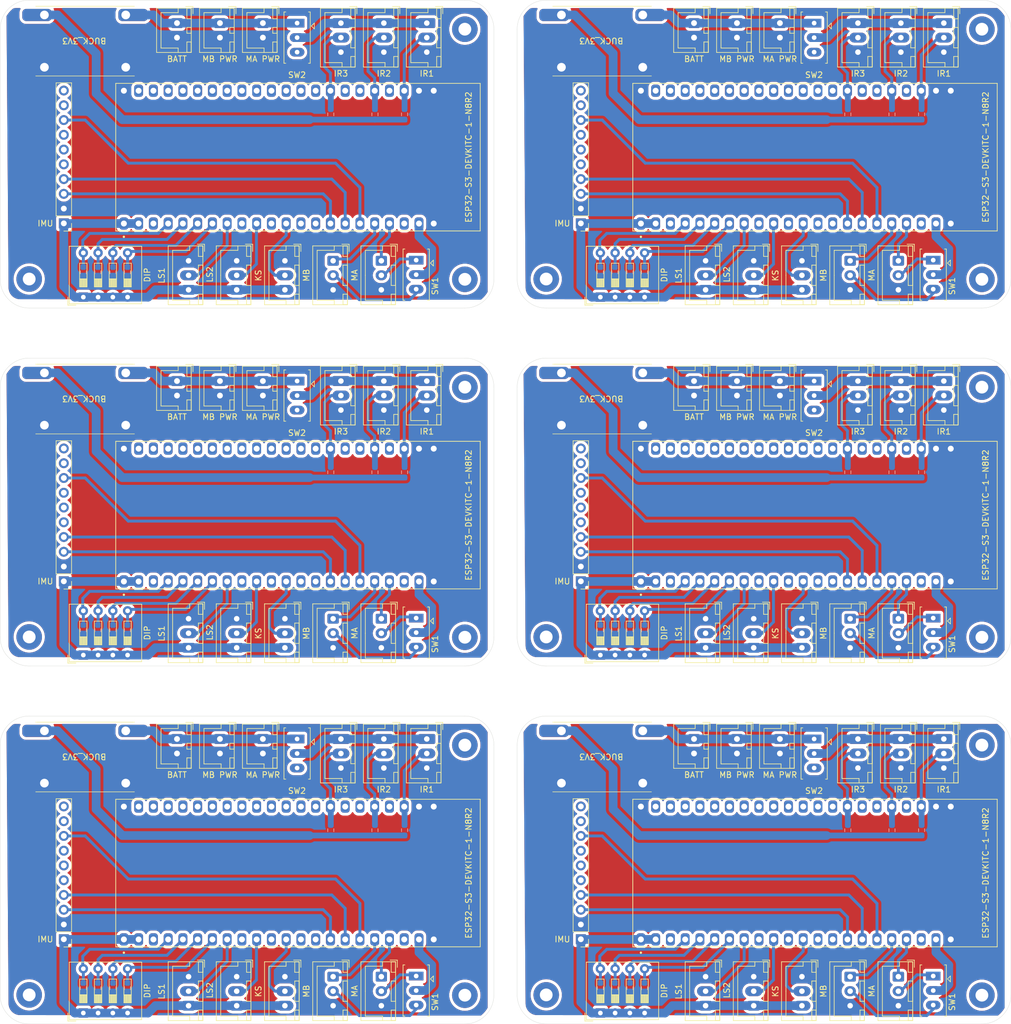
<source format=kicad_pcb>
(kicad_pcb (version 20240108) (generator "pcbnew") (generator_version "8.0")
  (layers (0 "F.Cu" signal) (31 "B.Cu" signal) (34 "B.Paste" user) (35 "F.Paste" user) (36 "B.SilkS" user "B.Silkscreen") (37 "F.SilkS" user "F.Silkscreen") (38 "B.Mask" user) (39 "F.Mask" user) (44 "Edge.Cuts" user))
  (net 0 "")
  (net 1 "+BATT")
  (net 2 "GND")
  (net 3 "+3V3")
  (net 4 "S2")
  (net 5 "S1")
  (net 6 "S4")
  (net 7 "S3")
  (net 12 "SDA")
  (net 13 "SCL")
  (net 15 "+12V")
  (net 16 "IR1_3V3")
  (net 17 "IR2_3V3")
  (net 18 "IR3_3V3")
  (net 19 "KILLSWITCH")
  (net 20 "LS1_3V3")
  (net 21 "LS2_3V3")
  (net 22 "Net-(MA1-Pin_2)")
  (net 23 "PWMA")
  (net 24 "Net-(MB1-Pin_2)")
  (net 25 "PWMB")
  (net 26 "+5V")
  (net 50 "+3V3S")
  (net 51 "INT")
  (footprint "Connector_JST:JST_XH_B3B-XH-A_1x03_P2.50mm_Vertical" (layer "F.Cu") (at 223.07 20.63 -90)
    (property "Reference" "IR1" (hide yes))
    (property "Value" "IR1")
  )
  (footprint "Mbaretech_buckConverter:Buck-Converter" (layer "F.Cu") (at 172.745 79.338407 180)
    (property "Reference" "BUCK1" (hide yes))
    (property "Value" "BUCK_3V3")
  )
  (footprint "" (layer "F.Cu") (at 229.625 187.946814 180)
    (property "Reference" "" (hide yes))
    (property "Value" "")
  )
  (footprint "Connector_JST:JST_XH_B2B-XH-A_1x02_P2.50mm_Vertical" (layer "F.Cu") (at 98.4575 143.846814 -90)
    (property "Reference" "MotorB1" (hide yes))
    (property "Value" "MB PWR")
  )
  (footprint "Connector_JST:JST_XH_B3B-XH-A_1x03_P2.50mm_Vertical" (layer "F.Cu") (at 117.94 184.756814 -90)
    (property "Reference" "MB1" (hide yes))
    (property "Value" "MB")
  )
  (footprint "SPDT_SlideSwitch:tht" (layer "F.Cu") (at 111.7425 144.346814 -90)
    (property "Reference" "SW2" (hide yes))
    (property "Value" "SW2")
  )
  (footprint "Connector_JST:JST_XH_B3B-XH-A_1x03_P2.50mm_Vertical" (layer "F.Cu") (at 117.94 123.148407 -90)
    (property "Reference" "MB1" (hide yes))
    (property "Value" "MB")
  )
  (footprint "Connector_JST:JST_XH_B3B-XH-A_1x03_P2.50mm_Vertical" (layer "F.Cu") (at 182.06 61.54 -90)
    (property "Reference" "LS1" (hide yes))
    (property "Value" "LS1")
  )
  (footprint "Connector_JST:JST_XH_B3B-XH-A_1x03_P2.50mm_Vertical" (layer "F.Cu") (at 101.34 61.54 -90)
    (property "Reference" "LS2" (hide yes))
    (property "Value" "LS2")
  )
  (footprint "Button_Switch_THT:SW_DIP_SPSTx04_Slide_9.78x12.34mm_W7.62mm_P2.54mm" (layer "F.Cu") (at 163.945 129.405907 90)
    (property "Reference" "DIP1" (hide yes))
    (property "Value" "DIP")
  )
  (footprint "Connector_JST:JST_XH_B3B-XH-A_1x03_P2.50mm_Vertical" (layer "F.Cu") (at 206.945 123.148407 -90)
    (property "Reference" "MB1" (hide yes))
    (property "Value" "MB")
  )
  (footprint "Connector_JST:JST_XH_B3B-XH-A_1x03_P2.50mm_Vertical" (layer "F.Cu") (at 190.345 184.756814 -90)
    (property "Reference" "LS2" (hide yes))
    (property "Value" "LS2")
  )
  (footprint "Connector_JST:JST_XH_B3B-XH-A_1x03_P2.50mm_Vertical" (layer "F.Cu") (at 109.64 184.756814 -90)
    (property "Reference" "KS1" (hide yes))
    (property "Value" "KS")
  )
  (footprint "Connector_JST:JST_XH_B2B-XH-A_1x02_P2.50mm_Vertical" (layer "F.Cu") (at 194.855 143.846814 -90)
    (property "Reference" "MotorA1" (hide yes))
    (property "Value" "MA PWR")
  )
  (footprint "ESP32-S3-DEVKITC-1-N8R2:XCVR_ESP32-S3-DEVKITC-1-N8R2" (layer "F.Cu") (at 200.895 43.7 90)
    (property "Reference" "U1" (hide yes))
    (property "Value" "ESP32-S3-DEVKITC-1-N8R2")
  )
  (footprint "Connector_JST:JST_XH_B3B-XH-A_1x03_P2.50mm_Vertical" (layer "F.Cu") (at 126.6725 82.238407 -90)
    (property "Reference" "IR2" (hide yes))
    (property "Value" "IR2")
  )
  (footprint "Connector_JST:JST_XH_B3B-XH-A_1x03_P2.50mm_Vertical" (layer "F.Cu") (at 126.24 61.54 -90)
    (property "Reference" "MA1" (hide yes))
    (property "Value" "MA")
  )
  (footprint "Connector_JST:JST_XH_B3B-XH-A_1x03_P2.50mm_Vertical" (layer "F.Cu") (at 182.06 184.756814 -90)
    (property "Reference" "LS1" (hide yes))
    (property "Value" "LS1")
  )
  (footprint "" (layer "F.Cu") (at 65.62 64.680001 180)
    (property "Reference" "" (hide yes))
    (property "Value" "")
  )
  (footprint "Connector_JST:JST_XH_B3B-XH-A_1x03_P2.50mm_Vertical" (layer "F.Cu") (at 215.6775 82.238407 -90)
    (property "Reference" "IR2" (hide yes))
    (property "Value" "IR2")
  )
  (footprint "Mbaretech_buckConverter:Buck-Converter" (layer "F.Cu") (at 83.74 79.338407 180)
    (property "Reference" "BUCK1" (hide yes))
    (property "Value" "BUCK_3V3")
  )
  (footprint "Connector_JST:JST_XH_B3B-XH-A_1x03_P2.50mm_Vertical" (layer "F.Cu") (at 208.285 20.63 -90)
    (property "Reference" "IR3" (hide yes))
    (property "Value" "IR3")
  )
  (footprint "Connector_JST:JST_XH_B3B-XH-A_1x03_P2.50mm_Vertical" (layer "F.Cu") (at 101.34 123.148407 -90)
    (property "Reference" "LS2" (hide yes))
    (property "Value" "LS2")
  )
  (footprint "SPDT_SlideSwitch:tht" (layer "F.Cu") (at 221.245 123.538407 -90)
    (property "Reference" "SW1" (hide yes))
    (property "Value" "SW1")
  )
  (footprint "ESP32-S3-DEVKITC-1-N8R2:XCVR_ESP32-S3-DEVKITC-1-N8R2" (layer "F.Cu") (at 111.89 43.7 90)
    (property "Reference" "U1" (hide yes))
    (property "Value" "ESP32-S3-DEVKITC-1-N8R2")
  )
  (footprint "" (layer "F.Cu") (at 140.620001 21.680001 180)
    (property "Reference" "" (hide yes))
    (property "Value" "")
  )
  (footprint "Connector_JST:JST_XH_B3B-XH-A_1x03_P2.50mm_Vertical" (layer "F.Cu") (at 119.28 143.846814 -90)
    (property "Reference" "IR3" (hide yes))
    (property "Value" "IR3")
  )
  (footprint "Connector_JST:JST_XH_B3B-XH-A_1x03_P2.50mm_Vertical" (layer "F.Cu") (at 215.245 123.148407 -90)
    (property "Reference" "MA1" (hide yes))
    (property "Value" "MA")
  )
  (footprint "Connector_JST:JST_XH_B3B-XH-A_1x03_P2.50mm_Vertical" (layer "F.Cu") (at 206.945 61.54 -90)
    (property "Reference" "MB1" (hide yes))
    (property "Value" "MB")
  )
  (footprint "" (layer "F.Cu") (at 154.625 187.896815 180)
    (property "Reference" "" (hide yes))
    (property "Value" "")
  )
  (footprint "Mbaretech_buckConverter:Buck-Converter" (layer "F.Cu") (at 172.745 140.946814 180)
    (property "Reference" "BUCK1" (hide yes))
    (property "Value" "BUCK_3V3")
  )
  (footprint "Button_Switch_THT:SW_DIP_SPSTx04_Slide_9.78x12.34mm_W7.62mm_P2.54mm" (layer "F.Cu") (at 74.94 129.405907 90)
    (property "Reference" "DIP1" (hide yes))
    (property "Value" "DIP")
  )
  (footprint "Connector_JST:JST_XH_B3B-XH-A_1x03_P2.50mm_Vertical" (layer "F.Cu") (at 198.645 184.756814 -90)
    (property "Reference" "KS1" (hide yes))
    (property "Value" "KS")
  )
  (footprint "SPDT_SlideSwitch:tht" (layer "F.Cu") (at 111.7425 21.13 -90)
    (property "Reference" "SW2" (hide yes))
    (property "Value" "SW2")
  )
  (footprint "Connector_JST:JST_XH_B2B-XH-A_1x02_P2.50mm_Vertical" (layer "F.Cu") (at 105.85 20.63 -90)
    (property "Reference" "MotorA1" (hide yes))
    (property "Value" "MA PWR")
  )
  (footprint "Connector_PinHeader_2.54mm:PinHeader_1x10_P2.54mm_Vertical" (layer "F.Cu") (at 71.58 178.316814 180)
    (property "Reference" "IMU1" (hide yes))
    (property "Value" "IMU")
  )
  (footprint "Connector_JST:JST_XH_B2B-XH-A_1x02_P2.50mm_Vertical" (layer "F.Cu") (at 98.4575 20.63 -90)
    (property "Reference" "MotorB1" (hide yes))
    (property "Value" "MB PWR")
  )
  (footprint "Connector_JST:JST_XH_B3B-XH-A_1x03_P2.50mm_Vertical" (layer "F.Cu") (at 223.07 82.238407 -90)
    (property "Reference" "IR1" (hide yes))
    (property "Value" "IR1")
  )
  (footprint "ESP32-S3-DEVKITC-1-N8R2:XCVR_ESP32-S3-DEVKITC-1-N8R2" (layer "F.Cu") (at 200.895 105.308407 90)
    (property "Reference" "U1" (hide yes))
    (property "Value" "ESP32-S3-DEVKITC-1-N8R2")
  )
  (footprint "Connector_JST:JST_XH_B3B-XH-A_1x03_P2.50mm_Vertical" (layer "F.Cu") (at 93.055 184.756814 -90)
    (property "Reference" "LS1" (hide yes))
    (property "Value" "LS1")
  )
  (footprint "Connector_JST:JST_XH_B2B-XH-A_1x02_P2.50mm_Vertical" (layer "F.Cu") (at 194.855 20.63 -90)
    (property "Reference" "MotorA1" (hide yes))
    (property "Value" "MA PWR")
  )
  (footprint "SPDT_SlideSwitch:tht" (layer "F.Cu") (at 200.7475 82.738407 -90)
    (property "Reference" "SW2" (hide yes))
    (property "Value" "SW2")
  )
  (footprint "Connector_JST:JST_XH_B2B-XH-A_1x02_P2.50mm_Vertical" (layer "F.Cu") (at 91.065 143.846814 -90)
    (property "Reference" "Battery1" (hide yes))
    (property "Value" "BATT")
  )
  (footprint "" (layer "F.Cu") (at 65.62 187.896815 180)
    (property "Reference" "" (hide yes))
    (property "Value" "")
  )
  (footprint "Connector_JST:JST_XH_B3B-XH-A_1x03_P2.50mm_Vertical" (layer "F.Cu") (at 206.945 184.756814 -90)
    (property "Reference" "MB1" (hide yes))
    (property "Value" "MB")
  )
  (footprint "SPDT_SlideSwitch:tht" (layer "F.Cu") (at 132.24 123.538407 -90)
    (property "Reference" "SW1" (hide yes))
    (property "Value" "SW1")
  )
  (footprint "Connector_JST:JST_XH_B2B-XH-A_1x02_P2.50mm_Vertical" (layer "F.Cu") (at 91.065 82.238407 -90)
    (property "Reference" "Battery1" (hide yes))
    (property "Value" "BATT")
  )
  (footprint "Connector_JST:JST_XH_B2B-XH-A_1x02_P2.50mm_Vertical" (layer "F.Cu") (at 187.4625 82.238407 -90)
    (property "Reference" "MotorB1" (hide yes))
    (property "Value" "MB PWR")
  )
  (footprint "Button_Switch_THT:SW_DIP_SPSTx04_Slide_9.78x12.34mm_W7.62mm_P2.54mm" (layer "F.Cu") (at 163.945 191.014314 90)
    (property "Reference" "DIP1" (hide yes))
    (property "Value" "DIP")
  )
  (footprint "Connector_JST:JST_XH_B3B-XH-A_1x03_P2.50mm_Vertical" (layer "F.Cu") (at 208.285 143.846814 -90)
    (property "Reference" "IR3" (hide yes))
    (property "Value" "IR3")
  )
  (footprint "Connector_JST:JST_XH_B3B-XH-A_1x03_P2.50mm_Vertical" (layer "F.Cu") (at 208.285 82.238407 -90)
    (property "Reference" "IR3" (hide yes))
    (property "Value" "IR3")
  )
  (footprint "Connector_JST:JST_XH_B2B-XH-A_1x02_P2.50mm_Vertical" (layer "F.Cu") (at 98.4575 82.238407 -90)
    (property "Reference" "MotorB1" (hide yes))
    (property "Value" "MB PWR")
  )
  (footprint "Connector_JST:JST_XH_B3B-XH-A_1x03_P2.50mm_Vertical" (layer "F.Cu") (at 134.065 143.846814 -90)
    (property "Reference" "IR1" (hide yes))
    (property "Value" "IR1")
  )
  (footprint "" (layer "F.Cu") (at 229.625001 144.896815 180)
    (property "Reference" "" (hide yes))
    (property "Value" "")
  )
  (footprint "Connector_PinHeader_2.54mm:PinHeader_1x10_P2.54mm_Vertical" (layer "F.Cu") (at 160.585 55.1 180)
    (property "Reference" "IMU1" (hide yes))
    (property "Value" "IMU")
  )
  (footprint "Connector_JST:JST_XH_B3B-XH-A_1x03_P2.50mm_Vertical" (layer "F.Cu") (at 109.64 61.54 -90)
    (property "Reference" "KS1" (hide yes))
    (property "Value" "KS")
  )
  (footprint "SPDT_SlideSwitch:tht" (layer "F.Cu") (at 200.7475 21.13 -90)
    (property "Reference" "SW2" (hide yes))
    (property "Value" "SW2")
  )
  (footprint "SPDT_SlideSwitch:tht" (layer "F.Cu") (at 221.245 185.146814 -90)
    (property "Reference" "SW1" (hide yes))
    (property "Value" "SW1")
  )
  (footprint "" (layer "F.Cu") (at 140.62 187.946814 180)
    (property "Reference" "" (hide yes))
    (property "Value" "")
  )
  (footprint "SPDT_SlideSwitch:tht" (layer "F.Cu") (at 132.24 185.146814 -90)
    (property "Reference" "SW1" (hide yes))
    (property "Value" "SW1")
  )
  (footprint "Connector_JST:JST_XH_B3B-XH-A_1x03_P2.50mm_Vertical" (layer "F.Cu") (at 215.6775 20.63 -90)
    (property "Reference" "IR2" (hide yes))
    (property "Value" "IR2")
  )
  (footprint "ESP32-S3-DEVKITC-1-N8R2:XCVR_ESP32-S3-DEVKITC-1-N8R2" (layer "F.Cu") (at 200.895 166.916814 90)
    (property "Reference" "U1" (hide yes))
    (property "Value" "ESP32-S3-DEVKITC-1-N8R2")
  )
  (footprint "SPDT_SlideSwitch:tht" (layer "F.Cu") (at 200.7475 144.346814 -90)
    (property "Reference" "SW2" (hide yes))
    (property "Value" "SW2")
  )
  (footprint "Connector_JST:JST_XH_B3B-XH-A_1x03_P2.50mm_Vertical" (layer "F.Cu") (at 190.345 61.54 -90)
    (property "Reference" "LS2" (hide yes))
    (property "Value" "LS2")
  )
  (footprint "Connector_JST:JST_XH_B3B-XH-A_1x03_P2.50mm_Vertical" (layer "F.Cu") (at 126.24 123.148407 -90)
    (property "Reference" "MA1" (hide yes))
    (property "Value" "MA")
  )
  (footprint "Connector_PinHeader_2.54mm:PinHeader_1x10_P2.54mm_Vertical" (layer "F.Cu") (at 160.585 116.708407 180)
    (property "Reference" "IMU1" (hide yes))
    (property "Value" "IMU")
  )
  (footprint "Mbaretech_buckConverter:Buck-Converter" (layer "F.Cu") (at 83.74 140.946814 180)
    (property "Reference" "BUCK1" (hide yes))
    (property "Value" "BUCK_3V3")
  )
  (footprint "Connector_JST:JST_XH_B3B-XH-A_1x03_P2.50mm_Vertical" (layer "F.Cu") (at 190.345 123.148407 -90)
    (property "Reference" "LS2" (hide yes))
    (property "Value" "LS2")
  )
  (footprint "" (layer "F.Cu") (at 229.625001 21.680001 180)
    (property "Reference" "" (hide yes))
    (property "Value" "")
  )
  (footprint "Mbaretech_buckConverter:Buck-Converter" (layer "F.Cu") (at 172.745 17.73 180)
    (property "Reference" "BUCK1" (hide yes))
    (property "Value" "BUCK_3V3")
  )
  (footprint "Connector_JST:JST_XH_B3B-XH-A_1x03_P2.50mm_Vertical" (layer "F.Cu") (at 109.64 123.148407 -90)
    (property "Reference" "KS1" (hide yes))
    (property "Value" "KS")
  )
  (footprint "Connector_JST:JST_XH_B2B-XH-A_1x02_P2.50mm_Vertical" (layer "F.Cu") (at 180.07 143.846814 -90)
    (property "Reference" "Battery1" (hide yes))
    (property "Value" "BATT")
  )
  (footprint "ESP32-S3-DEVKITC-1-N8R2:XCVR_ESP32-S3-DEVKITC-1-N8R2" (layer "F.Cu") (at 111.89 105.308407 90)
    (property "Reference" "U1" (hide yes))
    (property "Value" "ESP32-S3-DEVKITC-1-N8R2")
  )
  (footprint "" (layer "F.Cu") (at 140.620001 144.896815 180)
    (property "Reference" "" (hide yes))
    (property "Value" "")
  )
  (footprint "Connector_JST:JST_XH_B2B-XH-A_1x02_P2.50mm_Vertical" (layer "F.Cu") (at 187.4625 143.846814 -90)
    (property "Reference" "MotorB1" (hide yes))
    (property "Value" "MB PWR")
  )
  (footprint "Connector_JST:JST_XH_B3B-XH-A_1x03_P2.50mm_Vertical" (layer "F.Cu") (at 101.34 184.756814 -90)
    (property "Reference" "LS2" (hide yes))
    (property "Value" "LS2")
  )
  (footprint "" (layer "F.Cu") (at 229.625 126.338407 180)
    (property "Reference" "" (hide yes))
    (property "Value" "")
  )
  (footprint "Connector_JST:JST_XH_B3B-XH-A_1x03_P2.50mm_Vertical" (layer "F.Cu") (at 93.055 61.54 -90)
    (property "Reference" "LS1" (hide yes))
    (property "Value" "LS1")
  )
  (footprint "Connector_JST:JST_XH_B3B-XH-A_1x03_P2.50mm_Vertical" (layer "F.Cu") (at 198.645 123.148407 -90)
    (property "Reference" "KS1" (hide yes))
    (property "Value" "KS")
  )
  (footprint "Connector_PinHeader_2.54mm:PinHeader_1x10_P2.54mm_Vertical" (layer "F.Cu") (at 160.585 178.316814 180)
    (property "Reference" "IMU1" (hide yes))
    (property "Value" "IMU")
  )
  (footprint "Connector_JST:JST_XH_B3B-XH-A_1x03_P2.50mm_Vertical" (layer "F.Cu") (at 93.055 123.148407 -90)
    (property "Reference" "LS1" (hide yes))
    (property "Value" "LS1")
  )
  (footprint "Connector_JST:JST_XH_B2B-XH-A_1x02_P2.50mm_Vertical" (layer "F.Cu") (at 91.065 20.63 -90)
    (property "Reference" "Battery1" (hide yes))
    (property "Value" "BATT")
  )
  (footprint "Connector_JST:JST_XH_B3B-XH-A_1x03_P2.50mm_Vertical" (layer "F.Cu") (at 119.28 82.238407 -90)
    (property "Reference" "IR3" (hide yes))
    (property "Value" "IR3")
  )
  (footprint "Connector_JST:JST_XH_B2B-XH-A_1x02_P2.50mm_Vertical" (layer "F.Cu") (at 105.85 143.846814 -90)
    (property "Reference" "MotorA1" (hide yes))
    (property "Value" "MA PWR")
  )
  (footprint "Connector_PinHeader_2.54mm:PinHeader_1x10_P2.54mm_Vertical" (layer "F.Cu") (at 71.58 116.708407 180)
    (property "Reference" "IMU1" (hide yes))
    (property "Value" "IMU")
  )
  (footprint "Connector_JST:JST_XH_B3B-XH-A_1x03_P2.50mm_Vertical" (layer "F.Cu") (at 223.07 143.846814 -90)
    (property "Reference" "IR1" (hide yes))
    (property "Value" "IR1")
  )
  (footprint "Connector_JST:JST_XH_B3B-XH-A_1x03_P2.50mm_Vertical" (layer "F.Cu") (at 134.065 20.63 -90)
    (property "Reference" "IR1" (hide yes))
    (property "Value" "IR1")
  )
  (footprint "" (layer "F.Cu") (at 65.62 126.288408 180)
    (property "Reference" "" (hide yes))
    (property "Value" "")
  )
  (footprint "ESP32-S3-DEVKITC-1-N8R2:XCVR_ESP32-S3-DEVKITC-1-N8R2" (layer "F.Cu") (at 111.89 166.916814 90)
    (property "Reference" "U1" (hide yes))
    (property "Value" "ESP32-S3-DEVKITC-1-N8R2")
  )
  (footprint "Connector_JST:JST_XH_B3B-XH-A_1x03_P2.50mm_Vertical" (layer "F.Cu") (at 126.24 184.756814 -90)
    (property "Reference" "MA1" (hide yes))
    (property "Value" "MA")
  )
  (footprint "Connector_JST:JST_XH_B3B-XH-A_1x03_P2.50mm_Vertical" (layer "F.Cu") (at 117.94 61.54 -90)
    (property "Reference" "MB1" (hide yes))
    (property "Value" "MB")
  )
  (footprint "" (layer "F.Cu") (at 140.620001 83.288408 180)
    (property "Reference" "" (hide yes))
    (property "Value" "")
  )
  (footprint "" (layer "F.Cu") (at 140.62 126.338407 180)
    (property "Reference" "" (hide yes))
    (property "Value" "")
  )
  (footprint "" (layer "F.Cu") (at 154.625 126.288408 180)
    (property "Reference" "" (hide yes))
    (property "Value" "")
  )
  (footprint "Connector_JST:JST_XH_B3B-XH-A_1x03_P2.50mm_Vertical" (layer "F.Cu") (at 126.6725 143.846814 -90)
    (property "Reference" "IR2" (hide yes))
    (property "Value" "IR2")
  )
  (footprint "Connector_JST:JST_XH_B2B-XH-A_1x02_P2.50mm_Vertical" (layer "F.Cu") (at 105.85 82.238407 -90)
    (property "Reference" "MotorA1" (hide yes))
    (property "Value" "MA PWR")
  )
  (footprint "SPDT_SlideSwitch:tht" (layer "F.Cu") (at 221.245 61.93 -90)
    (property "Reference" "SW1" (hide yes))
    (property "Value" "SW1")
  )
  (footprint "Connector_JST:JST_XH_B3B-XH-A_1x03_P2.50mm_Vertical" (layer "F.Cu") (at 134.065 82.238407 -90)
    (property "Reference" "IR1" (hide yes))
    (property "Value" "IR1")
  )
  (footprint "Connector_JST:JST_XH_B2B-XH-A_1x02_P2.50mm_Vertical" (layer "F.Cu") (at 194.855 82.238407 -90)
    (property "Reference" "MotorA1" (hide yes))
    (property "Value" "MA PWR")
  )
  (footprint "Connector_JST:JST_XH_B3B-XH-A_1x03_P2.50mm_Vertical" (layer "F.Cu") (at 215.6775 143.846814 -90)
    (property "Reference" "IR2" (hide yes))
    (property "Value" "IR2")
  )
  (footprint "Mbaretech_buckConverter:Buck-Converter" (layer "F.Cu") (at 83.74 17.73 180)
    (property "Reference" "BUCK1" (hide yes))
    (property "Value" "BUCK_3V3")
  )
  (footprint "Connector_JST:JST_XH_B3B-XH-A_1x03_P2.50mm_Vertical" (layer "F.Cu") (at 126.6725 20.63 -90)
    (property "Reference" "IR2" (hide yes))
    (property "Value" "IR2")
  )
  (footprint "Button_Switch_THT:SW_DIP_SPSTx04_Slide_9.78x12.34mm_W7.62mm_P2.54mm" (layer "F.Cu") (at 74.94 191.014314 90)
    (property "Reference" "DIP1" (hide yes))
    (property "Value" "DIP")
  )
  (footprint "SPDT_SlideSwitch:tht" (layer "F.Cu") (at 132.24 61.93 -90)
    (property "Reference" "SW1" (hide yes))
    (property "Value" "SW1")
  )
  (footprint "Connector_PinHeader_2.54mm:PinHeader_1x10_P2.54mm_Vertical" (layer "F.Cu") (at 71.58 55.1 180)
    (property "Reference" "IMU1" (hide yes))
    (property "Value" "IMU")
  )
  (footprint "SPDT_SlideSwitch:tht" (layer "F.Cu") (at 111.7425 82.738407 -90)
    (property "Reference" "SW2" (hide yes))
    (property "Value" "SW2")
  )
  (footprint "Button_Switch_THT:SW_DIP_SPSTx04_Slide_9.78x12.34mm_W7.62mm_P2.54mm" (layer "F.Cu") (at 74.94 67.7975 90)
    (property "Reference" "DIP1" (hide yes))
    (property "Value" "DIP")
  )
  (footprint "" (layer "F.Cu") (at 154.625 64.680001 180)
    (property "Reference" "" (hide yes))
    (property "Value" "")
  )
  (footprint "" (layer "F.Cu") (at 229.625001 83.288408 180)
    (property "Reference" "" (hide yes))
    (property "Value" "")
  )
  (footprint "Connector_JST:JST_XH_B2B-XH-A_1x02_P2.50mm_Vertical" (layer "F.Cu") (at 187.4625 20.63 -90)
    (property "Reference" "MotorB1" (hide yes))
    (property "Value" "MB PWR")
  )
  (footprint "Connector_JST:JST_XH_B2B-XH-A_1x02_P2.50mm_Vertical" (layer "F.Cu") (at 180.07 20.63 -90)
    (property "Reference" "Battery1" (hide yes))
    (property "Value" "BATT")
  )
  (footprint "" (layer "F.Cu") (at 229.625 64.73 180)
    (property "Reference" "" (hide yes))
    (property "Value" "")
  )
  (footprint "Connector_JST:JST_XH_B3B-XH-A_1x03_P2.50mm_Vertical" (layer "F.Cu") (at 198.645 61.54 -90)
    (property "Reference" "KS1" (hide yes))
    (property "Value" "KS")
  )
  (footprint "Connector_JST:JST_XH_B3B-XH-A_1x03_P2.50mm_Vertical" (layer "F.Cu") (at 215.245 184.756814 -90)
    (property "Reference" "MA1" (hide yes))
    (property "Value" "MA")
  )
  (footprint "Connector_JST:JST_XH_B3B-XH-A_1x03_P2.50mm_Vertical" (layer "F.Cu") (at 182.06 123.148407 -90)
    (property "Reference" "LS1" (hide yes))
    (property "Value" "LS1")
  )
  (footprint "Connector_JST:JST_XH_B3B-XH-A_1x03_P2.50mm_Vertical" (layer "F.Cu") (at 119.28 20.63 -90)
    (property "Reference" "IR3" (hide yes))
    (property "Value" "IR3")
  )
  (footprint "Connector_JST:JST_XH_B3B-XH-A_1x03_P2.50mm_Vertical" (layer "F.Cu") (at 215.245 61.54 -90)
    (property "Reference" "MA1" (hide yes))
    (property "Value" "MA")
  )
  (footprint "" (layer "F.Cu") (at 140.62 64.73 180)
    (property "Reference" "" (hide yes))
    (property "Value" "")
  )
  (footprint "Connector_JST:JST_XH_B2B-XH-A_1x02_P2.50mm_Vertical" (layer "F.Cu") (at 180.07 82.238407 -90)
    (property "Reference" "Battery1" (hide yes))
    (property "Value" "BATT")
  )
  (footprint "Button_Switch_THT:SW_DIP_SPSTx04_Slide_9.78x12.34mm_W7.62mm_P2.54mm" (layer "F.Cu") (at 163.945 67.7975 90)
    (property "Reference" "DIP1" (hide yes))
    (property "Value" "DIP")
  )
  (footprint "Resistor_SMD:R_0603_1608Metric_Pad0.98x0.95mm_HandSolder" (layer "B.Cu") (at 74.94 125.138407 -90)
    (property "Reference" "R4" (hide yes))
    (property "Value" "10k" (hide yes))
  )
  (footprint "Resistor_SMD:R_0603_1608Metric_Pad0.98x0.95mm_HandSolder" (layer "B.Cu") (at 219.245 36.33 90)
    (property "Reference" "R6" (hide yes))
    (property "Value" "1Ok" (hide yes))
  )
  (footprint "Resistor_SMD:R_0603_1608Metric_Pad0.98x0.95mm_HandSolder" (layer "B.Cu") (at 214.145 97.944657 90)
    (property "Reference" "R5" (hide yes))
    (property "Value" "10k" (hide yes))
  )
  (footprint "Resistor_SMD:R_0603_1608Metric_Pad0.98x0.95mm_HandSolder" (layer "B.Cu") (at 163.945 125.138407 -90)
    (property "Reference" "R4" (hide yes))
    (property "Value" "10k" (hide yes))
  )
  (footprint "Resistor_SMD:R_0603_1608Metric_Pad0.98x0.95mm_HandSolder" (layer "B.Cu") (at 171.545 125.138407 -90)
    (property "Reference" "R1" (hide yes))
    (property "Value" "10k" (hide yes))
  )
  (footprint "Resistor_SMD:R_0603_1608Metric_Pad0.98x0.95mm_HandSolder" (layer "B.Cu") (at 125.14 36.33625 90)
    (property "Reference" "R5" (hide yes))
    (property "Value" "10k" (hide yes))
  )
  (footprint "Resistor_SMD:R_0603_1608Metric_Pad0.98x0.95mm_HandSolder" (layer "B.Cu") (at 171.545 186.746814 -90)
    (property "Reference" "R1" (hide yes))
    (property "Value" "10k" (hide yes))
  )
  (footprint "Resistor_SMD:R_0603_1608Metric_Pad0.98x0.95mm_HandSolder" (layer "B.Cu") (at 171.545 63.53 -90)
    (property "Reference" "R1" (hide yes))
    (property "Value" "10k" (hide yes))
  )
  (footprint "Resistor_SMD:R_0603_1608Metric_Pad0.98x0.95mm_HandSolder" (layer "B.Cu") (at 82.54 63.53 -90)
    (property "Reference" "R1" (hide yes))
    (property "Value" "10k" (hide yes))
  )
  (footprint "Resistor_SMD:R_0603_1608Metric_Pad0.98x0.95mm_HandSolder" (layer "B.Cu") (at 130.24 159.546814 90)
    (property "Reference" "R6" (hide yes))
    (property "Value" "1Ok" (hide yes))
  )
  (footprint "Resistor_SMD:R_0603_1608Metric_Pad0.98x0.95mm_HandSolder" (layer "B.Cu") (at 219.245 97.938407 90)
    (property "Reference" "R6" (hide yes))
    (property "Value" "1Ok" (hide yes))
  )
  (footprint "Resistor_SMD:R_0603_1608Metric_Pad0.98x0.95mm_HandSolder" (layer "B.Cu") (at 169.045 186.746814 -90)
    (property "Reference" "R2" (hide yes))
    (property "Value" "10k" (hide yes))
  )
  (footprint "Resistor_SMD:R_0603_1608Metric_Pad0.98x0.95mm_HandSolder" (layer "B.Cu") (at 206.545 36.33625 90)
    (property "Reference" "R7" (hide yes))
    (property "Value" "1Ok" (hide yes))
  )
  (footprint "Resistor_SMD:R_0603_1608Metric_Pad0.98x0.95mm_HandSolder" (layer "B.Cu") (at 130.24 97.938407 90)
    (property "Reference" "R6" (hide yes))
    (property "Value" "1Ok" (hide yes))
  )
  (footprint "Resistor_SMD:R_0603_1608Metric_Pad0.98x0.95mm_HandSolder" (layer "B.Cu") (at 169.045 63.53 -90)
    (property "Reference" "R2" (hide yes))
    (property "Value" "10k" (hide yes))
  )
  (footprint "Resistor_SMD:R_0603_1608Metric_Pad0.98x0.95mm_HandSolder" (layer "B.Cu") (at 130.24 36.33 90)
    (property "Reference" "R6" (hide yes))
    (property "Value" "1Ok" (hide yes))
  )
  (footprint "Resistor_SMD:R_0603_1608Metric_Pad0.98x0.95mm_HandSolder" (layer "B.Cu") (at 77.44 186.746814 -90)
    (property "Reference" "R3" (hide yes))
    (property "Value" "10k" (hide yes))
  )
  (footprint "Resistor_SMD:R_0603_1608Metric_Pad0.98x0.95mm_HandSolder" (layer "B.Cu") (at 125.14 97.944657 90)
    (property "Reference" "R5" (hide yes))
    (property "Value" "10k" (hide yes))
  )
  (footprint "Resistor_SMD:R_0603_1608Metric_Pad0.98x0.95mm_HandSolder" (layer "B.Cu") (at 80.04 63.53 -90)
    (property "Reference" "R2" (hide yes))
    (property "Value" "10k" (hide yes))
  )
  (footprint "Resistor_SMD:R_0603_1608Metric_Pad0.98x0.95mm_HandSolder" (layer "B.Cu") (at 82.54 125.138407 -90)
    (property "Reference" "R1" (hide yes))
    (property "Value" "10k" (hide yes))
  )
  (footprint "Resistor_SMD:R_0603_1608Metric_Pad0.98x0.95mm_HandSolder" (layer "B.Cu") (at 80.04 186.746814 -90)
    (property "Reference" "R2" (hide yes))
    (property "Value" "10k" (hide yes))
  )
  (footprint "Resistor_SMD:R_0603_1608Metric_Pad0.98x0.95mm_HandSolder" (layer "B.Cu") (at 219.245 159.546814 90)
    (property "Reference" "R6" (hide yes))
    (property "Value" "1Ok" (hide yes))
  )
  (footprint "Resistor_SMD:R_0603_1608Metric_Pad0.98x0.95mm_HandSolder" (layer "B.Cu") (at 82.54 186.746814 -90)
    (property "Reference" "R1" (hide yes))
    (property "Value" "10k" (hide yes))
  )
  (footprint "Resistor_SMD:R_0603_1608Metric_Pad0.98x0.95mm_HandSolder" (layer "B.Cu") (at 166.445 125.138407 -90)
    (property "Reference" "R3" (hide yes))
    (property "Value" "10k" (hide yes))
  )
  (footprint "Resistor_SMD:R_0603_1608Metric_Pad0.98x0.95mm_HandSolder" (layer "B.Cu") (at 169.045 125.138407 -90)
    (property "Reference" "R2" (hide yes))
    (property "Value" "10k" (hide yes))
  )
  (footprint "Resistor_SMD:R_0603_1608Metric_Pad0.98x0.95mm_HandSolder" (layer "B.Cu") (at 206.545 159.553064 90)
    (property "Reference" "R7" (hide yes))
    (property "Value" "1Ok" (hide yes))
  )
  (footprint "Resistor_SMD:R_0603_1608Metric_Pad0.98x0.95mm_HandSolder" (layer "B.Cu") (at 117.54 97.944657 90)
    (property "Reference" "R7" (hide yes))
    (property "Value" "1Ok" (hide yes))
  )
  (footprint "Resistor_SMD:R_0603_1608Metric_Pad0.98x0.95mm_HandSolder" (layer "B.Cu") (at 117.54 36.33625 90)
    (property "Reference" "R7" (hide yes))
    (property "Value" "1Ok" (hide yes))
  )
  (footprint "Resistor_SMD:R_0603_1608Metric_Pad0.98x0.95mm_HandSolder" (layer "B.Cu") (at 206.545 97.944657 90)
    (property "Reference" "R7" (hide yes))
    (property "Value" "1Ok" (hide yes))
  )
  (footprint "Resistor_SMD:R_0603_1608Metric_Pad0.98x0.95mm_HandSolder" (layer "B.Cu") (at 74.94 63.53 -90)
    (property "Reference" "R4" (hide yes))
    (property "Value" "10k" (hide yes))
  )
  (footprint "Resistor_SMD:R_0603_1608Metric_Pad0.98x0.95mm_HandSolder" (layer "B.Cu") (at 166.445 63.53 -90)
    (property "Reference" "R3" (hide yes))
    (property "Value" "10k" (hide yes))
  )
  (footprint "Resistor_SMD:R_0603_1608Metric_Pad0.98x0.95mm_HandSolder" (layer "B.Cu") (at 77.44 125.138407 -90)
    (property "Reference" "R3" (hide yes))
    (property "Value" "10k" (hide yes))
  )
  (footprint "Resistor_SMD:R_0603_1608Metric_Pad0.98x0.95mm_HandSolder" (layer "B.Cu") (at 74.94 186.746814 -90)
    (property "Reference" "R4" (hide yes))
    (property "Value" "10k" (hide yes))
  )
  (footprint "Resistor_SMD:R_0603_1608Metric_Pad0.98x0.95mm_HandSolder" (layer "B.Cu") (at 117.54 159.553064 90)
    (property "Reference" "R7" (hide yes))
    (property "Value" "1Ok" (hide yes))
  )
  (footprint "Resistor_SMD:R_0603_1608Metric_Pad0.98x0.95mm_HandSolder" (layer "B.Cu") (at 163.945 186.746814 -90)
    (property "Reference" "R4" (hide yes))
    (property "Value" "10k" (hide yes))
  )
  (footprint "Resistor_SMD:R_0603_1608Metric_Pad0.98x0.95mm_HandSolder" (layer "B.Cu") (at 80.04 125.138407 -90)
    (property "Reference" "R2" (hide yes))
    (property "Value" "10k" (hide yes))
  )
  (footprint "Resistor_SMD:R_0603_1608Metric_Pad0.98x0.95mm_HandSolder" (layer "B.Cu") (at 214.145 36.33625 90)
    (property "Reference" "R5" (hide yes))
    (property "Value" "10k" (hide yes))
  )
  (footprint "Resistor_SMD:R_0603_1608Metric_Pad0.98x0.95mm_HandSolder" (layer "B.Cu") (at 125.14 159.553064 90)
    (property "Reference" "R5" (hide yes))
    (property "Value" "10k" (hide yes))
  )
  (footprint "Resistor_SMD:R_0603_1608Metric_Pad0.98x0.95mm_HandSolder" (layer "B.Cu") (at 163.945 63.53 -90)
    (property "Reference" "R4" (hide yes))
    (property "Value" "10k" (hide yes))
  )
  (footprint "Resistor_SMD:R_0603_1608Metric_Pad0.98x0.95mm_HandSolder" (layer "B.Cu") (at 77.44 63.53 -90)
    (property "Reference" "R3" (hide yes))
    (property "Value" "10k" (hide yes))
  )
  (footprint "Resistor_SMD:R_0603_1608Metric_Pad0.98x0.95mm_HandSolder" (layer "B.Cu") (at 166.445 186.746814 -90)
    (property "Reference" "R3" (hide yes))
    (property "Value" "10k" (hide yes))
  )
  (footprint "Resistor_SMD:R_0603_1608Metric_Pad0.98x0.95mm_HandSolder" (layer "B.Cu") (at 214.145 159.553064 90)
    (property "Reference" "R5" (hide yes))
    (property "Value" "10k" (hide yes))
  )
  (gr_line (start 149.625 21.680001) (end 149.625 64.680001) (stroke (width 0.05)) (layer "Edge.Cuts"))
  (gr_line (start 234.625 21.680001) (end 234.625 64.680002) (stroke (width 0.05)) (layer "Edge.Cuts"))
  (gr_line (start 140.62 16.680001) (end 65.62 16.680001) (stroke (width 0.05)) (layer "Edge.Cuts"))
  (gr_line (start 60.62 144.896815) (end 60.62 187.896815) (stroke (width 0.05)) (layer "Edge.Cuts"))
  (gr_line (start 234.625 144.896815) (end 234.625 187.896816) (stroke (width 0.05)) (layer "Edge.Cuts"))
  (gr_arc (start 229.625 16.680001) (mid 233.160534 18.144467) (end 234.625 21.680001) (stroke (width 0.05)) (layer "Edge.Cuts"))
  (gr_arc (start 60.62 83.288408) (mid 62.084466 79.752874) (end 65.62 78.288408) (stroke (width 0.05)) (layer "Edge.Cuts"))
  (gr_arc (start 154.625 192.896815) (mid 151.089465 191.432349) (end 149.625 187.896815) (stroke (width 0.05)) (layer "Edge.Cuts"))
  (gr_line (start 149.625 83.288408) (end 149.625 126.288408) (stroke (width 0.05)) (layer "Edge.Cuts"))
  (gr_line (start 140.62 131.288409) (end 65.62 131.288409) (stroke (width 0.05)) (layer "Edge.Cuts"))
  (gr_line (start 149.625 144.896815) (end 149.625 187.896815) (stroke (width 0.05)) (layer "Edge.Cuts"))
  (gr_arc (start 149.625 83.288408) (mid 151.089466 79.752874) (end 154.625 78.288408) (stroke (width 0.05)) (layer "Edge.Cuts"))
  (gr_arc (start 154.625 69.680001) (mid 151.089466 68.215535) (end 149.625 64.680001) (stroke (width 0.05)) (layer "Edge.Cuts"))
  (gr_line (start 140.62 69.680002) (end 65.62 69.680002) (stroke (width 0.05)) (layer "Edge.Cuts"))
  (gr_arc (start 145.62 64.680002) (mid 144.155534 68.215535) (end 140.62 69.680002) (stroke (width 0.05)) (layer "Edge.Cuts"))
  (gr_arc (start 234.625 187.896816) (mid 233.160529 191.43234) (end 229.625 192.896816) (stroke (width 0.05)) (layer "Edge.Cuts"))
  (gr_arc (start 140.62 16.680001) (mid 144.155534 18.144467) (end 145.62 21.680001) (stroke (width 0.05)) (layer "Edge.Cuts"))
  (gr_arc (start 154.625 131.288408) (mid 151.089467 129.823942) (end 149.625 126.288408) (stroke (width 0.05)) (layer "Edge.Cuts"))
  (gr_arc (start 65.62 192.896815) (mid 62.084465 191.432349) (end 60.62 187.896815) (stroke (width 0.05)) (layer "Edge.Cuts"))
  (gr_arc (start 145.62 126.288409) (mid 144.155531 129.823938) (end 140.62 131.288409) (stroke (width 0.05)) (layer "Edge.Cuts"))
  (gr_line (start 145.62 144.896815) (end 145.62 187.896816) (stroke (width 0.05)) (layer "Edge.Cuts"))
  (gr_line (start 140.62 139.896815) (end 65.62 139.896815) (stroke (width 0.05)) (layer "Edge.Cuts"))
  (gr_arc (start 234.625 64.680002) (mid 233.160534 68.215535) (end 229.625 69.680002) (stroke (width 0.05)) (layer "Edge.Cuts"))
  (gr_line (start 140.62 192.896816) (end 65.62 192.896816) (stroke (width 0.05)) (layer "Edge.Cuts"))
  (gr_line (start 229.625 78.288408) (end 154.625 78.288408) (stroke (width 0.05)) (layer "Edge.Cuts"))
  (gr_line (start 229.625 139.896815) (end 154.625 139.896815) (stroke (width 0.05)) (layer "Edge.Cuts"))
  (gr_arc (start 140.62 139.896815) (mid 144.155529 141.361282) (end 145.62 144.896815) (stroke (width 0.05)) (layer "Edge.Cuts"))
  (gr_arc (start 229.625 78.288408) (mid 233.160531 79.752875) (end 234.625 83.288408) (stroke (width 0.05)) (layer "Edge.Cuts"))
  (gr_line (start 145.62 21.680001) (end 145.62 64.680002) (stroke (width 0.05)) (layer "Edge.Cuts"))
  (gr_arc (start 60.62 21.680001) (mid 62.084466 18.144467) (end 65.62 16.680001) (stroke (width 0.05)) (layer "Edge.Cuts"))
  (gr_line (start 234.625 83.288408) (end 234.625 126.288409) (stroke (width 0.05)) (layer "Edge.Cuts"))
  (gr_line (start 60.62 21.680001) (end 60.62 64.680001) (stroke (width 0.05)) (layer "Edge.Cuts"))
  (gr_arc (start 149.625 21.680001) (mid 151.089466 18.144467) (end 154.625 16.680001) (stroke (width 0.05)) (layer "Edge.Cuts"))
  (gr_arc (start 234.625 126.288409) (mid 233.160531 129.823938) (end 229.625 131.288409) (stroke (width 0.05)) (layer "Edge.Cuts"))
  (gr_line (start 229.625 69.680002) (end 154.625 69.680002) (stroke (width 0.05)) (layer "Edge.Cuts"))
  (gr_line (start 229.625 192.896816) (end 154.625 192.896816) (stroke (width 0.05)) (layer "Edge.Cuts"))
  (gr_line (start 140.62 78.288408) (end 65.62 78.288408) (stroke (width 0.05)) (layer "Edge.Cuts"))
  (gr_arc (start 229.625 139.896815) (mid 233.160529 141.361282) (end 234.625 144.896815) (stroke (width 0.05)) (layer "Edge.Cuts"))
  (gr_arc (start 65.62 131.288408) (mid 62.084467 129.823942) (end 60.62 126.288408) (stroke (width 0.05)) (layer "Edge.Cuts"))
  (gr_arc (start 65.62 69.680001) (mid 62.084466 68.215535) (end 60.62 64.680001) (stroke (width 0.05)) (layer "Edge.Cuts"))
  (gr_line (start 60.62 83.288408) (end 60.62 126.288408) (stroke (width 0.05)) (layer "Edge.Cuts"))
  (gr_line (start 229.625 16.680001) (end 154.625 16.680001) (stroke (width 0.05)) (layer "Edge.Cuts"))
  (gr_arc (start 145.62 187.896816) (mid 144.155529 191.43234) (end 140.62 192.896816) (stroke (width 0.05)) (layer "Edge.Cuts"))
  (gr_arc (start 60.62 144.896815) (mid 62.084466 141.361281) (end 65.62 139.896815) (stroke (width 0.05)) (layer "Edge.Cuts"))
  (gr_line (start 145.62 83.288408) (end 145.62 126.288409) (stroke (width 0.05)) (layer "Edge.Cuts"))
  (gr_line (start 229.625 131.288409) (end 154.625 131.288409) (stroke (width 0.05)) (layer "Edge.Cuts"))
  (gr_arc (start 140.62 78.288408) (mid 144.155531 79.752875) (end 145.62 83.288408) (stroke (width 0.05)) (layer "Edge.Cuts"))
  (gr_arc (start 149.625 144.896815) (mid 151.089466 141.361281) (end 154.625 139.896815) (stroke (width 0.05)) (layer "Edge.Cuts"))
  (segment (start 105.85 143.846814) (end 111.7425 143.846814) (width 1.5) (layer "B.Cu") (net 1))
  (segment (start 82.24 142.446814) (end 87.03 142.446814) (width 1.5) (layer "B.Cu") (net 1))
  (segment (start 194.855 20.63) (end 180.07 20.63) (width 1.5) (layer "B.Cu") (net 1))
  (segment (start 194.855 82.238407) (end 180.07 82.238407) (width 1.5) (layer "B.Cu") (net 1))
  (segment (start 177.435 143.846814) (end 180.07 143.846814) (width 1.5) (layer "B.Cu") (net 1))
  (segment (start 105.85 82.238407) (end 111.7425 82.238407) (width 1.5) (layer "B.Cu") (net 1))
  (segment (start 82.24 19.23) (end 87.03 19.23) (width 1.5) (layer "B.Cu") (net 1))
  (segment (start 176.035 19.23) (end 177.435 20.63) (width 1.5) (layer "B.Cu") (net 1))
  (segment (start 171.245 142.446814) (end 176.035 142.446814) (width 1.5) (layer "B.Cu") (net 1))
  (segment (start 177.435 20.63) (end 180.07 20.63) (width 1.5) (layer "B.Cu") (net 1))
  (segment (start 105.85 20.63) (end 91.065 20.63) (width 1.5) (layer "B.Cu") (net 1))
  (segment (start 105.85 82.238407) (end 91.065 82.238407) (width 1.5) (layer "B.Cu") (net 1))
  (segment (start 87.03 142.446814) (end 88.43 143.846814) (width 1.5) (layer "B.Cu") (net 1))
  (segment (start 176.035 80.838407) (end 177.435 82.238407) (width 1.5) (layer "B.Cu") (net 1))
  (segment (start 105.85 20.63) (end 111.7425 20.63) (width 1.5) (layer "B.Cu") (net 1))
  (segment (start 194.855 82.238407) (end 200.7475 82.238407) (width 1.5) (layer "B.Cu") (net 1))
  (segment (start 171.245 19.23) (end 176.035 19.23) (width 1.5) (layer "B.Cu") (net 1))
  (segment (start 171.245 80.838407) (end 176.035 80.838407) (width 1.5) (layer "B.Cu") (net 1))
  (segment (start 194.855 20.63) (end 200.7475 20.63) (width 1.5) (layer "B.Cu") (net 1))
  (segment (start 176.035 142.446814) (end 177.435 143.846814) (width 1.5) (layer "B.Cu") (net 1))
  (segment (start 88.43 20.63) (end 91.065 20.63) (width 1.5) (layer "B.Cu") (net 1))
  (segment (start 88.43 82.238407) (end 91.065 82.238407) (width 1.5) (layer "B.Cu") (net 1))
  (segment (start 194.855 143.846814) (end 180.07 143.846814) (width 1.5) (layer "B.Cu") (net 1))
  (segment (start 87.03 80.838407) (end 88.43 82.238407) (width 1.5) (layer "B.Cu") (net 1))
  (segment (start 88.43 143.846814) (end 91.065 143.846814) (width 1.5) (layer "B.Cu") (net 1))
  (segment (start 87.03 19.23) (end 88.43 20.63) (width 1.5) (layer "B.Cu") (net 1))
  (segment (start 194.855 143.846814) (end 200.7475 143.846814) (width 1.5) (layer "B.Cu") (net 1))
  (segment (start 82.24 80.838407) (end 87.03 80.838407) (width 1.5) (layer "B.Cu") (net 1))
  (segment (start 177.435 82.238407) (end 180.07 82.238407) (width 1.5) (layer "B.Cu") (net 1))
  (segment (start 105.85 143.846814) (end 91.065 143.846814) (width 1.5) (layer "B.Cu") (net 1))
  (segment (start 86.0925 67.7975) (end 87.36 66.53) (width 1.5) (layer "B.Cu") (net 3))
  (segment (start 176.365 189.746814) (end 198.015 189.746814) (width 1.5) (layer "B.Cu") (net 3))
  (segment (start 71.61 178.346814) (end 71.58 178.316814) (width 1.5) (layer "B.Cu") (net 3))
  (segment (start 74.94 67.7975) (end 86.0925 67.7975) (width 1.5) (layer "B.Cu") (net 3))
  (segment (start 87.36 128.138407) (end 109.01 128.138407) (width 1.5) (layer "B.Cu") (net 3))
  (segment (start 84.46 116.738407) (end 81.92 116.738407) (width 1.5) (layer "B.Cu") (net 3))
  (segment (start 160.585 178.316814) (end 160.635 178.366814) (width 1) (layer "B.Cu") (net 3))
  (segment (start 160.615 178.346814) (end 160.585 178.316814) (width 1.5) (layer "B.Cu") (net 3))
  (segment (start 176.365 128.138407) (end 198.015 128.138407) (width 1.5) (layer "B.Cu") (net 3))
  (segment (start 175.0975 67.7975) (end 176.365 66.53) (width 1.5) (layer "B.Cu") (net 3))
  (segment (start 163.945 67.7975) (end 175.0975 67.7975) (width 1.5) (layer "B.Cu") (net 3))
  (segment (start 71.58 127.528407) (end 73.4575 129.405907) (width 1.5) (layer "B.Cu") (net 3))
  (segment (start 175.0975 191.014314) (end 176.365 189.746814) (width 1.5) (layer "B.Cu") (net 3))
  (segment (start 162.4625 191.014314) (end 163.945 191.014314) (width 1.5) (layer "B.Cu") (net 3))
  (segment (start 170.925 178.346814) (end 160.615 178.346814) (width 1.5) (layer "B.Cu") (net 3))
  (segment (start 176.365 66.53) (end 198.015 66.53) (width 1.5) (layer "B.Cu") (net 3))
  (segment (start 74.94 129.405907) (end 86.0925 129.405907) (width 1.5) (layer "B.Cu") (net 3))
  (segment (start 173.465 178.346814) (end 170.925 178.346814) (width 1.5) (layer "B.Cu") (net 3))
  (segment (start 170.925 55.13) (end 160.615 55.13) (width 1.5) (layer "B.Cu") (net 3))
  (segment (start 73.4575 191.014314) (end 74.94 191.014314) (width 1.5) (layer "B.Cu") (net 3))
  (segment (start 160.615 55.13) (end 160.585 55.1) (width 1.5) (layer "B.Cu") (net 3))
  (segment (start 71.58 65.92) (end 73.4575 67.7975) (width 1.5) (layer "B.Cu") (net 3))
  (segment (start 160.585 116.708407) (end 160.635 116.758407) (width 1) (layer "B.Cu") (net 3))
  (segment (start 160.615 116.738407) (end 160.585 116.708407) (width 1.5) (layer "B.Cu") (net 3))
  (segment (start 160.585 178.316814) (end 160.585 189.136814) (width 1.5) (layer "B.Cu") (net 3))
  (segment (start 86.0925 129.405907) (end 87.36 128.138407) (width 1.5) (layer "B.Cu") (net 3))
  (segment (start 84.46 55.13) (end 81.92 55.13) (width 1.5) (layer "B.Cu") (net 3))
  (segment (start 160.585 189.136814) (end 162.4625 191.014314) (width 1.5) (layer "B.Cu") (net 3))
  (segment (start 84.46 178.346814) (end 81.92 178.346814) (width 1.5) (layer "B.Cu") (net 3))
  (segment (start 81.92 116.738407) (end 71.61 116.738407) (width 1.5) (layer "B.Cu") (net 3))
  (segment (start 71.58 178.316814) (end 71.58 189.136814) (width 1.5) (layer "B.Cu") (net 3))
  (segment (start 175.0975 129.405907) (end 176.365 128.138407) (width 1.5) (layer "B.Cu") (net 3))
  (segment (start 73.4575 67.7975) (end 74.94 67.7975) (width 1.5) (layer "B.Cu") (net 3))
  (segment (start 87.36 66.53) (end 109.01 66.53) (width 1.5) (layer "B.Cu") (net 3))
  (segment (start 163.945 129.405907) (end 175.0975 129.405907) (width 1.5) (layer "B.Cu") (net 3))
  (segment (start 163.945 191.014314) (end 175.0975 191.014314) (width 1.5) (layer "B.Cu") (net 3))
  (segment (start 81.92 55.13) (end 71.61 55.13) (width 1.5) (layer "B.Cu") (net 3))
  (segment (start 71.58 116.708407) (end 71.58 127.528407) (width 1.5) (layer "B.Cu") (net 3))
  (segment (start 173.465 116.738407) (end 170.925 116.738407) (width 1.5) (layer "B.Cu") (net 3))
  (segment (start 173.465 55.13) (end 170.925 55.13) (width 1.5) (layer "B.Cu") (net 3))
  (segment (start 162.4625 67.7975) (end 163.945 67.7975) (width 1.5) (layer "B.Cu") (net 3))
  (segment (start 71.58 55.1) (end 71.63 55.15) (width 1) (layer "B.Cu") (net 3))
  (segment (start 71.61 116.738407) (end 71.58 116.708407) (width 1.5) (layer "B.Cu") (net 3))
  (segment (start 71.61 55.13) (end 71.58 55.1) (width 1.5) (layer "B.Cu") (net 3))
  (segment (start 71.58 189.136814) (end 73.4575 191.014314) (width 1.5) (layer "B.Cu") (net 3))
  (segment (start 87.36 189.746814) (end 109.01 189.746814) (width 1.5) (layer "B.Cu") (net 3))
  (segment (start 74.94 191.014314) (end 86.0925 191.014314) (width 1.5) (layer "B.Cu") (net 3))
  (segment (start 71.58 116.708407) (end 71.63 116.758407) (width 1) (layer "B.Cu") (net 3))
  (segment (start 160.585 55.1) (end 160.635 55.15) (width 1) (layer "B.Cu") (net 3))
  (segment (start 71.58 55.1) (end 71.58 65.92) (width 1.5) (layer "B.Cu") (net 3))
  (segment (start 160.585 55.1) (end 160.585 65.92) (width 1.5) (layer "B.Cu") (net 3))
  (segment (start 73.4575 129.405907) (end 74.94 129.405907) (width 1.5) (layer "B.Cu") (net 3))
  (segment (start 170.925 116.738407) (end 160.615 116.738407) (width 1.5) (layer "B.Cu") (net 3))
  (segment (start 81.92 178.346814) (end 71.61 178.346814) (width 1.5) (layer "B.Cu") (net 3))
  (segment (start 86.0925 191.014314) (end 87.36 189.746814) (width 1.5) (layer "B.Cu") (net 3))
  (segment (start 160.585 65.92) (end 162.4625 67.7975) (width 1.5) (layer "B.Cu") (net 3))
  (segment (start 71.58 178.316814) (end 71.63 178.366814) (width 1) (layer "B.Cu") (net 3))
  (segment (start 160.585 116.708407) (end 160.585 127.528407) (width 1.5) (layer "B.Cu") (net 3))
  (segment (start 160.585 127.528407) (end 162.4625 129.405907) (width 1.5) (layer "B.Cu") (net 3))
  (segment (start 162.4625 129.405907) (end 163.945 129.405907) (width 1.5) (layer "B.Cu") (net 3))
  (segment (start 166.485 181.806814) (end 167.211666 181.080148) (width 0.5) (layer "B.Cu") (net 4))
  (segment (start 78.206666 57.863334) (end 88.5 57.863334) (width 0.5) (layer "B.Cu") (net 4))
  (segment (start 166.485 60.1775) (end 166.485 62.5775) (width 0.5) (layer "B.Cu") (net 4))
  (segment (start 166.385 183.194314) (end 166.385 183.294314) (width 0.5) (layer "B.Cu") (net 4))
  (segment (start 166.385 121.585907) (end 166.385 121.685907) (width 0.5) (layer "B.Cu") (net 4))
  (segment (start 166.485 185.794314) (end 166.445 185.834314) (width 0.5) (layer "B.Cu") (net 4))
  (segment (start 88.04 181.080148) (end 89.346666 181.080148) (width 0.5) (layer "B.Cu") (net 4))
  (segment (start 166.485 121.785907) (end 166.485 124.185907) (width 0.5) (layer "B.Cu") (net 4))
  (segment (start 77.48 183.394314) (end 77.48 185.794314) (width 0.5) (layer "B.Cu") (net 4))
  (segment (start 88.04 119.471741) (end 89.346666 119.471741) (width 0.5) (layer "B.Cu") (net 4))
  (segment (start 166.485 60.1775) (end 166.485 58.59) (width 0.5) (layer "B.Cu") (net 4))
  (segment (start 77.38 121.585907) (end 77.38 121.685907) (width 0.5) (layer "B.Cu") (net 4))
  (segment (start 77.38 59.9775) (end 77.38 60.0775) (width 0.5) (layer "B.Cu") (net 4))
  (segment (start 166.485 62.5775) (end 166.445 62.6175) (width 0.5) (layer "B.Cu") (net 4))
  (segment (start 178.351666 119.471741) (end 181.085 116.738407) (width 0.5) (layer "B.Cu") (net 4))
  (segment (start 167.211666 181.080148) (end 177.505 181.080148) (width 0.5) (layer "B.Cu") (net 4))
  (segment (start 166.485 124.185907) (end 166.445 124.225907) (width 0.5) (layer "B.Cu") (net 4))
  (segment (start 77.38 183.194314) (end 77.38 183.294314) (width 0.5) (layer "B.Cu") (net 4))
  (segment (start 77.48 60.1775) (end 77.48 62.5775) (width 0.5) (layer "B.Cu") (net 4))
  (segment (start 77.48 62.5775) (end 77.44 62.6175) (width 0.5) (layer "B.Cu") (net 4))
  (segment (start 78.206666 119.471741) (end 88.5 119.471741) (width 0.5) (layer "B.Cu") (net 4))
  (segment (start 77.48 60.1775) (end 77.48 58.59) (width 0.5) (layer "B.Cu") (net 4))
  (segment (start 77.38 60.0775) (end 77.48 60.1775) (width 0.5) (layer "B.Cu") (net 4))
  (segment (start 77.48 121.785907) (end 77.48 124.185907) (width 0.5) (layer "B.Cu") (net 4))
  (segment (start 89.346666 181.080148) (end 92.08 178.346814) (width 0.5) (layer "B.Cu") (net 4))
  (segment (start 77.48 183.394314) (end 77.48 181.806814) (width 0.5) (layer "B.Cu") (net 4))
  (segment (start 77.48 121.785907) (end 77.48 120.198407) (width 0.5) (layer "B.Cu") (net 4))
  (segment (start 166.385 59.9775) (end 166.385 60.0775) (width 0.5) (layer "B.Cu") (net 4))
  (segment (start 177.045 181.080148) (end 178.351666 181.080148) (width 0.5) (layer "B.Cu") (net 4))
  (segment (start 177.045 57.863334) (end 178.351666 57.863334) (width 0.5) (layer "B.Cu") (net 4))
  (segment (start 78.206666 181.080148) (end 88.5 181.080148) (width 0.5) (layer "B.Cu") (net 4))
  (segment (start 166.385 60.0775) (end 166.485 60.1775) (width 0.5) (layer "B.Cu") (net 4))
  (segment (start 77.38 183.294314) (end 77.48 183.394314) (width 0.5) (layer "B.Cu") (net 4))
  (segment (start 167.211666 119.471741) (end 177.505 119.471741) (width 0.5) (layer "B.Cu") (net 4))
  (segment (start 88.04 57.863334) (end 89.346666 57.863334) (width 0.5) (layer "B.Cu") (net 4))
  (segment (start 77.48 185.794314) (end 77.44 185.834314) (width 0.5) (layer "B.Cu") (net 4))
  (segment (start 166.485 183.394314) (end 166.485 181.806814) (width 0.5) (layer "B.Cu") (net 4))
  (segment (start 77.48 120.198407) (end 78.206666 119.471741) (width 0.5) (layer "B.Cu") (net 4))
  (segment (start 166.485 121.785907) (end 166.485 120.198407) (width 0.5) (layer "B.Cu") (net 4))
  (segment (start 178.351666 57.863334) (end 181.085 55.13) (width 0.5) (layer "B.Cu") (net 4))
  (segment (start 77.38 121.685907) (end 77.48 121.785907) (width 0.5) (layer "B.Cu") (net 4))
  (segment (start 166.485 183.394314) (end 166.485 185.794314) (width 0.5) (layer "B.Cu") (net 4))
  (segment (start 166.385 121.685907) (end 166.485 121.785907) (width 0.5) (layer "B.Cu") (net 4))
  (segment (start 166.485 120.198407) (end 167.211666 119.471741) (width 0.5) (layer "B.Cu") (net 4))
  (segment (start 177.045 119.471741) (end 178.351666 119.471741) (width 0.5) (layer "B.Cu") (net 4))
  (segment (start 89.346666 119.471741) (end 92.08 116.738407) (width 0.5) (layer "B.Cu") (net 4))
  (segment (start 167.211666 57.863334) (end 177.505 57.863334) (width 0.5) (layer "B.Cu") (net 4))
  (segment (start 178.351666 181.080148) (end 181.085 178.346814) (width 0.5) (layer "B.Cu") (net 4))
  (segment (start 77.48 58.59) (end 78.206666 57.863334) (width 0.5) (layer "B.Cu") (net 4))
  (segment (start 77.48 181.806814) (end 78.206666 181.080148) (width 0.5) (layer "B.Cu") (net 4))
  (segment (start 89.346666 57.863334) (end 92.08 55.13) (width 0.5) (layer "B.Cu") (net 4))
  (segment (start 166.385 183.294314) (end 166.485 183.394314) (width 0.5) (layer "B.Cu") (net 4))
  (segment (start 166.485 58.59) (end 167.211666 57.863334) (width 0.5) (layer "B.Cu") (net 4))
  (segment (start 77.48 124.185907) (end 77.44 124.225907) (width 0.5) (layer "B.Cu") (net 4))
  (segment (start 74.94 183.394314) (end 74.94 185.834314) (width 0.5) (layer "B.Cu") (net 5))
  (segment (start 165.045 56.83) (end 163.845 58.03) (width 0.5) (layer "B.Cu") (net 5))
  (segment (start 165.045 180.046814) (end 163.845 181.246814) (width 0.5) (layer "B.Cu") (net 5))
  (segment (start 87.84 180.046814) (end 76.04 180.046814) (width 0.5) (layer "B.Cu") (net 5))
  (segment (start 89.54 55.13) (end 87.84 56.83) (width 0.5) (layer "B.Cu") (net 5))
  (segment (start 163.945 121.785907) (end 163.945 124.225907) (width 0.5) (layer "B.Cu") (net 5))
  (segment (start 76.04 56.83) (end 74.84 58.03) (width 0.5) (layer "B.Cu") (net 5))
  (segment (start 176.845 118.438407) (end 165.045 118.438407) (width 0.5) (layer "B.Cu") (net 5))
  (segment (start 87.84 56.83) (end 76.04 56.83) (width 0.5) (layer "B.Cu") (net 5))
  (segment (start 87.84 118.438407) (end 76.04 118.438407) (width 0.5) (layer "B.Cu") (net 5))
  (segment (start 163.845 119.638407) (end 163.845 121.585907) (width 0.5) (layer "B.Cu") (net 5))
  (segment (start 163.845 181.246814) (end 163.845 183.194314) (width 0.5) (layer "B.Cu") (net 5))
  (segment (start 178.545 116.738407) (end 176.845 118.438407) (width 0.5) (layer "B.Cu") (net 5))
  (segment (start 163.945 60.1775) (end 163.945 62.6175) (width 0.5) (layer "B.Cu") (net 5))
  (segment (start 74.94 121.785907) (end 74.94 124.225907) (width 0.5) (layer "B.Cu") (net 5))
  (segment (start 89.54 116.738407) (end 87.84 118.438407) (width 0.5) (layer "B.Cu") (net 5))
  (segment (start 178.545 178.346814) (end 176.845 180.046814) (width 0.5) (layer "B.Cu") (net 5))
  (segment (start 178.545 55.13) (end 176.845 56.83) (width 0.5) (layer "B.Cu") (net 5))
  (segment (start 76.04 180.046814) (end 74.84 181.246814) (width 0.5) (layer "B.Cu") (net 5))
  (segment (start 176.845 180.046814) (end 165.045 180.046814) (width 0.5) (layer "B.Cu") (net 5))
  (segment (start 76.04 118.438407) (end 74.84 119.638407) (width 0.5) (layer "B.Cu") (net 5))
  (segment (start 74.84 181.246814) (end 74.84 183.194314) (width 0.5) (layer "B.Cu") (net 5))
  (segment (start 74.94 60.1775) (end 74.94 62.6175) (width 0.5) (layer "B.Cu") (net 5))
  (segment (start 74.84 58.03) (end 74.84 59.9775) (width 0.5) (layer "B.Cu") (net 5))
  (segment (start 89.54 178.346814) (end 87.84 180.046814) (width 0.5) (layer "B.Cu") (net 5))
  (segment (start 163.845 58.03) (end 163.845 59.9775) (width 0.5) (layer "B.Cu") (net 5))
  (segment (start 176.845 56.83) (end 165.045 56.83) (width 0.5) (layer "B.Cu") (net 5))
  (segment (start 163.945 183.394314) (end 163.945 185.834314) (width 0.5) (layer "B.Cu") (net 5))
  (segment (start 165.045 118.438407) (end 163.845 119.638407) (width 0.5) (layer "B.Cu") (net 5))
  (segment (start 74.84 119.638407) (end 74.84 121.585907) (width 0.5) (layer "B.Cu") (net 5))
  (segment (start 82.56 124.205907) (end 82.54 124.225907) (width 0.5) (layer "B.Cu") (net 6))
  (segment (start 171.565 121.785907) (end 171.565 124.205907) (width 0.5) (layer "B.Cu") (net 6))
  (segment (start 82.8075 183.146814) (end 92.55 183.146814) (width 0.5) (layer "B.Cu") (net 6))
  (segment (start 181.555 121.538407) (end 186.165 116.928407) (width 0.5) (layer "B.Cu") (net 6))
  (segment (start 92.55 59.93) (end 97.16 55.32) (width 0.5) (layer "B.Cu") (net 6))
  (segment (start 97.16 178.536814) (end 97.16 178.346814) (width 0.5) (layer "B.Cu") (net 6))
  (segment (start 171.565 121.785907) (end 171.8125 121.538407) (width 0.5) (layer "B.Cu") (net 6))
  (segment (start 171.8125 121.538407) (end 181.555 121.538407) (width 0.5) (layer "B.Cu") (net 6))
  (segment (start 82.56 60.1775) (end 82.8075 59.93) (width 0.5) (layer "B.Cu") (net 6))
  (segment (start 82.56 183.394314) (end 82.8075 183.146814) (width 0.5) (layer "B.Cu") (net 6))
  (segment (start 82.56 185.814314) (end 82.54 185.834314) (width 0.5) (layer "B.Cu") (net 6))
  (segment (start 82.8075 121.538407) (end 92.55 121.538407) (width 0.5) (layer "B.Cu") (net 6))
  (segment (start 171.8125 183.146814) (end 181.555 183.146814) (width 0.5) (layer "B.Cu") (net 6))
  (segment (start 171.565 185.814314) (end 171.545 185.834314) (width 0.5) (layer "B.Cu") (net 6))
  (segment (start 171.565 183.394314) (end 171.565 185.814314) (width 0.5) (layer "B.Cu") (net 6))
  (segment (start 186.165 55.32) (end 186.165 55.13) (width 0.5) (layer "B.Cu") (net 6))
  (segment (start 171.8125 59.93) (end 181.555 59.93) (width 0.5) (layer "B.Cu") (net 6))
  (segment (start 92.55 183.146814) (end 97.16 178.536814) (width 0.5) (layer "B.Cu") (net 6))
  (segment (start 171.565 62.5975) (end 171.545 62.6175) (width 0.5) (layer "B.Cu") (net 6))
  (segment (start 171.565 183.394314) (end 171.8125 183.146814) (width 0.5) (layer "B.Cu") (net 6))
  (segment (start 82.56 183.394314) (end 82.56 185.814314) (width 0.5) (layer "B.Cu") (net 6))
  (segment (start 82.8075 59.93) (end 92.55 59.93) (width 0.5) (layer "B.Cu") (net 6))
  (segment (start 82.56 60.1775) (end 82.56 62.5975) (width 0.5) (layer "B.Cu") (net 6))
  (segment (start 171.565 124.205907) (end 171.545 124.225907) (width 0.5) (layer "B.Cu") (net 6))
  (segment (start 171.565 60.1775) (end 171.565 62.5975) (width 0.5) (layer "B.Cu") (net 6))
  (segment (start 181.555 59.93) (end 186.165 55.32) (width 0.5) (layer "B.Cu") (net 6))
  (segment (start 171.565 60.1775) (end 171.8125 59.93) (width 0.5) (layer "B.Cu") (net 6))
  (segment (start 82.56 121.785907) (end 82.8075 121.538407) (width 0.5) (layer "B.Cu") (net 6))
  (segment (start 97.16 55.32) (end 97.16 55.13) (width 0.5) (layer "B.Cu") (net 6))
  (segment (start 92.55 121.538407) (end 97.16 116.928407) (width 0.5) (layer "B.Cu") (net 6))
  (segment (start 97.16 116.928407) (end 97.16 116.738407) (width 0.5) (layer "B.Cu") (net 6))
  (segment (start 186.165 178.536814) (end 186.165 178.346814) (width 0.5) (layer "B.Cu") (net 6))
  (segment (start 82.56 121.785907) (end 82.56 124.205907) (width 0.5) (layer "B.Cu") (net 6))
  (segment (start 186.165 116.928407) (end 186.165 116.738407) (width 0.5) (layer "B.Cu") (net 6))
  (segment (start 82.56 62.5975) (end 82.54 62.6175) (width 0.5) (layer "B.Cu") (net 6))
  (segment (start 181.555 183.146814) (end 186.165 178.536814) (width 0.5) (layer "B.Cu") (net 6))
  (segment (start 179.858333 182.113481) (end 183.625 178.346814) (width 0.5) (layer "B.Cu") (net 7))
  (segment (start 80.02 62.5975) (end 80.04 62.6175) (width 0.5) (layer "B.Cu") (net 7))
  (segment (start 170.4725 58.896667) (end 179.858333 58.896667) (width 0.5) (layer "B.Cu") (net 7))
  (segment (start 170.4725 120.505074) (end 179.858333 120.505074) (width 0.5) (layer "B.Cu") (net 7))
  (segment (start 80.02 182.666814) (end 80.573333 182.113481) (width 0.5) (layer "B.Cu") (net 7))
  (segment (start 169.025 182.666814) (end 169.578333 182.113481) (width 0.5) (layer "B.Cu") (net 7))
  (segment (start 169.578333 120.505074) (end 170.745 120.505074) (width 0.5) (layer "B.Cu") (net 7))
  (segment (start 169.025 121.785907) (end 169.025 124.205907) (width 0.5) (layer "B.Cu") (net 7))
  (segment (start 80.573333 182.113481) (end 81.74 182.113481) (width 0.5) (layer "B.Cu") (net 7))
  (segment (start 169.025 60.1775) (end 169.025 62.5975) (width 0.5) (layer "B.Cu") (net 7))
  (segment (start 80.02 124.205907) (end 80.04 124.225907) (width 0.5) (layer "B.Cu") (net 7))
  (segment (start 80.02 183.394314) (end 80.02 182.666814) (width 0.5) (layer "B.Cu") (net 7))
  (segment (start 81.4675 58.896667) (end 90.853333 58.896667) (width 0.5) (layer "B.Cu") (net 7))
  (segment (start 80.02 59.45) (end 80.573333 58.896667) (width 0.5) (layer "B.Cu") (net 7))
  (segment (start 80.02 183.394314) (end 80.02 185.814314) (width 0.5) (layer "B.Cu") (net 7))
  (segment (start 81.4675 182.113481) (end 90.853333 182.113481) (width 0.5) (layer "B.Cu") (net 7))
  (segment (start 80.02 121.785907) (end 80.02 124.205907) (width 0.5) (layer "B.Cu") (net 7))
  (segment (start 179.858333 58.896667) (end 183.625 55.13) (width 0.5) (layer "B.Cu") (net 7))
  (segment (start 80.573333 58.896667) (end 81.74 58.896667) (width 0.5) (layer "B.Cu") (net 7))
  (segment (start 90.853333 58.896667) (end 94.62 55.13) (width 0.5) (layer "B.Cu") (net 7))
  (segment (start 169.025 183.394314) (end 169.025 182.666814) (width 0.5) (layer "B.Cu") (net 7))
  (segment (start 80.02 121.058407) (end 80.573333 120.505074) (width 0.5) (layer "B.Cu") (net 7))
  (segment (start 80.02 121.785907) (end 80.02 121.058407) (width 0.5) (layer "B.Cu") (net 7))
  (segment (start 80.02 185.814314) (end 80.04 185.834314) (width 0.5) (layer "B.Cu") (net 7))
  (segment (start 80.02 60.1775) (end 80.02 59.45) (width 0.5) (layer "B.Cu") (net 7))
  (segment (start 169.025 121.785907) (end 169.025 121.058407) (width 0.5) (layer "B.Cu") (net 7))
  (segment (start 90.853333 182.113481) (end 94.62 178.346814) (width 0.5) (layer "B.Cu") (net 7))
  (segment (start 80.573333 120.505074) (end 81.74 120.505074) (width 0.5) (layer "B.Cu") (net 7))
  (segment (start 81.4675 120.505074) (end 90.853333 120.505074) (width 0.5) (layer "B.Cu") (net 7))
  (segment (start 90.853333 120.505074) (end 94.62 116.738407) (width 0.5) (layer "B.Cu") (net 7))
  (segment (start 169.025 60.1775) (end 169.025 59.45) (width 0.5) (layer "B.Cu") (net 7))
  (segment (start 170.4725 182.113481) (end 179.858333 182.113481) (width 0.5) (layer "B.Cu") (net 7))
  (segment (start 169.025 124.205907) (end 169.045 124.225907) (width 0.5) (layer "B.Cu") (net 7))
  (segment (start 80.02 60.1775) (end 80.02 62.5975) (width 0.5) (layer "B.Cu") (net 7))
  (segment (start 169.025 121.058407) (end 169.578333 120.505074) (width 0.5) (layer "B.Cu") (net 7))
  (segment (start 169.025 62.5975) (end 169.045 62.6175) (width 0.5) (layer "B.Cu") (net 7))
  (segment (start 169.578333 58.896667) (end 170.745 58.896667) (width 0.5) (layer "B.Cu") (net 7))
  (segment (start 179.858333 120.505074) (end 183.625 116.738407) (width 0.5) (layer "B.Cu") (net 7))
  (segment (start 169.025 185.814314) (end 169.045 185.834314) (width 0.5) (layer "B.Cu") (net 7))
  (segment (start 169.578333 182.113481) (end 170.745 182.113481) (width 0.5) (layer "B.Cu") (net 7))
  (segment (start 169.025 59.45) (end 169.578333 58.896667) (width 0.5) (layer "B.Cu") (net 7))
  (segment (start 169.025 183.394314) (end 169.025 185.814314) (width 0.5) (layer "B.Cu") (net 7))
  (segment (start 206.715 47.48) (end 209.025 49.79) (width 0.5) (layer "B.Cu") (net 12))
  (segment (start 120.02 111.398407) (end 120.02 116.738407) (width 0.5) (layer "B.Cu") (net 12))
  (segment (start 160.585 170.696814) (end 206.715 170.696814) (width 0.5) (layer "B.Cu") (net 12))
  (segment (start 71.58 170.696814) (end 117.71 170.696814) (width 0.5) (layer "B.Cu") (net 12))
  (segment (start 117.71 109.088407) (end 120.02 111.398407) (width 0.5) (layer "B.Cu") (net 12))
  (segment (start 160.585 47.48) (end 206.715 47.48) (width 0.5) (layer "B.Cu") (net 12))
  (segment (start 206.715 170.696814) (end 209.025 173.006814) (width 0.5) (layer "B.Cu") (net 12))
  (segment (start 209.025 173.006814) (end 209.025 178.346814) (width 0.5) (layer "B.Cu") (net 12))
  (segment (start 117.71 47.48) (end 120.02 49.79) (width 0.5) (layer "B.Cu") (net 12))
  (segment (start 209.025 49.79) (end 209.025 55.13) (width 0.5) (layer "B.Cu") (net 12))
  (segment (start 71.58 47.48) (end 117.71 47.48) (width 0.5) (layer "B.Cu") (net 12))
  (segment (start 117.71 170.696814) (end 120.02 173.006814) (width 0.5) (layer "B.Cu") (net 12))
  (segment (start 120.02 49.79) (end 120.02 55.13) (width 0.5) (layer "B.Cu") (net 12))
  (segment (start 71.58 109.088407) (end 117.71 109.088407) (width 0.5) (layer "B.Cu") (net 12))
  (segment (start 120.02 173.006814) (end 120.02 178.346814) (width 0.5) (layer "B.Cu") (net 12))
  (segment (start 206.715 109.088407) (end 209.025 111.398407) (width 0.5) (layer "B.Cu") (net 12))
  (segment (start 209.025 111.398407) (end 209.025 116.738407) (width 0.5) (layer "B.Cu") (net 12))
  (segment (start 160.585 109.088407) (end 206.715 109.088407) (width 0.5) (layer "B.Cu") (net 12))
  (segment (start 116.23 173.236814) (end 117.48 174.486814) (width 0.5) (layer "B.Cu") (net 13))
  (segment (start 116.23 50.02) (end 117.48 51.27) (width 0.5) (layer "B.Cu") (net 13))
  (segment (start 205.235 50.02) (end 206.485 51.27) (width 0.5) (layer "B.Cu") (net 13))
  (segment (start 160.585 111.628407) (end 205.235 111.628407) (width 0.5) (layer "B.Cu") (net 13))
  (segment (start 117.48 112.878407) (end 117.48 116.738407) (width 0.5) (layer "B.Cu") (net 13))
  (segment (start 205.235 173.236814) (end 206.485 174.486814) (width 0.5) (layer "B.Cu") (net 13))
  (segment (start 160.585 173.236814) (end 205.235 173.236814) (width 0.5) (layer "B.Cu") (net 13))
  (segment (start 206.485 112.878407) (end 206.485 116.738407) (width 0.5) (layer "B.Cu") (net 13))
  (segment (start 117.48 174.486814) (end 117.48 178.346814) (width 0.5) (layer "B.Cu") (net 13))
  (segment (start 71.58 50.02) (end 116.23 50.02) (width 0.5) (layer "B.Cu") (net 13))
  (segment (start 116.23 111.628407) (end 117.48 112.878407) (width 0.5) (layer "B.Cu") (net 13))
  (segment (start 205.235 111.628407) (end 206.485 112.878407) (width 0.5) (layer "B.Cu") (net 13))
  (segment (start 160.585 50.02) (end 205.235 50.02) (width 0.5) (layer "B.Cu") (net 13))
  (segment (start 206.485 174.486814) (end 206.485 178.346814) (width 0.5) (layer "B.Cu") (net 13))
  (segment (start 71.58 111.628407) (end 116.23 111.628407) (width 0.5) (layer "B.Cu") (net 13))
  (segment (start 117.48 51.27) (end 117.48 55.13) (width 0.5) (layer "B.Cu") (net 13))
  (segment (start 206.485 51.27) (end 206.485 55.13) (width 0.5) (layer "B.Cu") (net 13))
  (segment (start 71.58 173.236814) (end 116.23 173.236814) (width 0.5) (layer "B.Cu") (net 13))
  (segment (start 205.526916 82.238407) (end 208.285 82.238407) (width 1.5) (layer "B.Cu") (net 15))
  (segment (start 111.7425 84.738407) (end 114.021916 84.738407) (width 1.5) (layer "B.Cu") (net 15))
  (segment (start 215.6775 82.238407) (end 223.245 82.238407) (width 1.5) (layer "B.Cu") (net 15))
  (segment (start 215.6775 20.63) (end 223.245 20.63) (width 1.5) (layer "B.Cu") (net 15))
  (segment (start 208.285 143.846814) (end 215.6775 143.846814) (width 1.5) (layer "B.Cu") (net 15))
  (segment (start 116.521916 143.846814) (end 119.28 143.846814) (width 1.5) (layer "B.Cu") (net 15))
  (segment (start 203.026916 84.738407) (end 205.526916 82.238407) (width 1.5) (layer "B.Cu") (net 15))
  (segment (start 200.7475 146.346814) (end 203.026916 146.346814) (width 1.5) (layer "B.Cu") (net 15))
  (segment (start 116.521916 20.63) (end 119.28 20.63) (width 1.5) (layer "B.Cu") (net 15))
  (segment (start 126.6725 82.238407) (end 134.24 82.238407) (width 1.5) (layer "B.Cu") (net 15))
  (segment (start 215.6775 143.846814) (end 223.245 143.846814) (width 1.5) (layer "B.Cu") (net 15))
  (segment (start 111.7425 146.346814) (end 114.021916 146.346814) (width 1.5) (layer "B.Cu") (net 15))
  (segment (start 119.28 143.846814) (end 126.6725 143.846814) (width 1.5) (layer "B.Cu") (net 15))
  (segment (start 208.285 20.63) (end 215.6775 20.63) (width 1.5) (layer "B.Cu") (net 15))
  (segment (start 114.021916 146.346814) (end 116.521916 143.846814) (width 1.5) (layer "B.Cu") (net 15))
  (segment (start 203.026916 146.346814) (end 205.526916 143.846814) (width 1.5) (layer "B.Cu") (net 15))
  (segment (start 200.7475 23.13) (end 203.026916 23.13) (width 1.5) (layer "B.Cu") (net 15))
  (segment (start 114.021916 23.13) (end 116.521916 20.63) (width 1.5) (layer "B.Cu") (net 15))
  (segment (start 116.521916 82.238407) (end 119.28 82.238407) (width 1.5) (layer "B.Cu") (net 15))
  (segment (start 205.526916 143.846814) (end 208.285 143.846814) (width 1.5) (layer "B.Cu") (net 15))
  (segment (start 205.526916 20.63) (end 208.285 20.63) (width 1.5) (layer "B.Cu") (net 15))
  (segment (start 119.28 82.238407) (end 126.6725 82.238407) (width 1.5) (layer "B.Cu") (net 15))
  (segment (start 111.7425 23.13) (end 114.021916 23.13) (width 1.5) (layer "B.Cu") (net 15))
  (segment (start 208.285 82.238407) (end 215.6775 82.238407) (width 1.5) (layer "B.Cu") (net 15))
  (segment (start 126.6725 20.63) (end 134.24 20.63) (width 1.5) (layer "B.Cu") (net 15))
  (segment (start 119.28 20.63) (end 126.6725 20.63) (width 1.5) (layer "B.Cu") (net 15))
  (segment (start 203.026916 23.13) (end 205.526916 20.63) (width 1.5) (layer "B.Cu") (net 15))
  (segment (start 126.6725 143.846814) (end 134.24 143.846814) (width 1.5) (layer "B.Cu") (net 15))
  (segment (start 200.7475 84.738407) (end 203.026916 84.738407) (width 1.5) (layer "B.Cu") (net 15))
  (segment (start 114.021916 84.738407) (end 116.521916 82.238407) (width 1.5) (layer "B.Cu") (net 15))
  (segment (start 130.24 35.4175) (end 130.24 32.23) (width 1) (layer "B.Cu") (net 16))
  (segment (start 222.135 146.346814) (end 219.185 149.296814) (width 0.5) (layer "B.Cu") (net 16))
  (segment (start 222.135 23.13) (end 219.185 26.08) (width 0.5) (layer "B.Cu") (net 16))
  (segment (start 133.13 84.738407) (end 130.18 87.688407) (width 0.5) (layer "B.Cu") (net 16))
  (segment (start 219.245 97.025907) (end 219.245 93.838407) (width 1) (layer "B.Cu") (net 16))
  (segment (start 222.135 84.738407) (end 219.185 87.688407) (width 0.5) (layer "B.Cu") (net 16))
  (segment (start 130.24 97.025907) (end 130.24 93.838407) (width 1) (layer "B.Cu") (net 16))
  (segment (start 223.07 23.13) (end 222.135 23.13) (width 0.5) (layer "B.Cu") (net 16))
  (segment (start 130.18 87.688407) (end 130.18 93.878407) (width 0.5) (layer "B.Cu") (net 16))
  (segment (start 130.18 26.08) (end 130.18 32.27) (width 0.5) (layer "B.Cu") (net 16))
  (segment (start 219.185 87.688407) (end 219.185 93.878407) (width 0.5) (layer "B.Cu") (net 16))
  (segment (start 134.065 23.13) (end 133.13 23.13) (width 0.5) (layer "B.Cu") (net 16))
  (segment (start 133.13 23.13) (end 130.18 26.08) (width 0.5) (layer "B.Cu") (net 16))
  (segment (start 223.07 84.738407) (end 222.135 84.738407) (width 0.5) (layer "B.Cu") (net 16))
  (segment (start 130.18 149.296814) (end 130.18 155.486814) (width 0.5) (layer "B.Cu") (net 16))
  (segment (start 219.185 149.296814) (end 219.185 155.486814) (width 0.5) (layer "B.Cu") (net 16))
  (segment (start 219.185 26.08) (end 219.185 32.27) (width 0.5) (layer "B.Cu") (net 16))
  (segment (start 133.13 146.346814) (end 130.18 149.296814) (width 0.5) (layer "B.Cu") (net 16))
  (segment (start 219.245 35.4175) (end 219.245 32.23) (width 1) (layer "B.Cu") (net 16))
  (segment (start 134.065 146.346814) (end 133.13 146.346814) (width 0.5) (layer "B.Cu") (net 16))
  (segment (start 219.245 158.634314) (end 219.245 155.446814) (width 1) (layer "B.Cu") (net 16))
  (segment (start 223.07 146.346814) (end 222.135 146.346814) (width 0.5) (layer "B.Cu") (net 16))
  (segment (start 134.065 84.738407) (end 133.13 84.738407) (width 0.5) (layer "B.Cu") (net 16))
  (segment (start 130.24 158.634314) (end 130.24 155.446814) (width 1) (layer "B.Cu") (net 16))
  (segment (start 125.17 23.13) (end 123.95 24.35) (width 0.5) (layer "B.Cu") (net 17))
  (segment (start 215.6775 84.738407) (end 214.175 84.738407) (width 0.5) (layer "B.Cu") (net 17))
  (segment (start 214.175 23.13) (end 212.955 24.35) (width 0.5) (layer "B.Cu") (net 17))
  (segment (start 212.955 24.35) (end 212.955 28.93) (width 0.5) (layer "B.Cu") (net 17))
  (segment (start 126.6725 84.738407) (end 125.17 84.738407) (width 0.5) (layer "B.Cu") (net 17))
  (segment (start 125.14 97.032157) (end 125.14 93.844657) (width 1) (layer "B.Cu") (net 17))
  (segment (start 125.14 35.42375) (end 125.14 32.23625) (width 1) (layer "B.Cu") (net 17))
  (segment (start 212.955 147.566814) (end 212.955 152.146814) (width 0.5) (layer "B.Cu") (net 17))
  (segment (start 212.955 90.538407) (end 214.105 91.688407) (width 0.5) (layer "B.Cu") (net 17))
  (segment (start 214.105 153.296814) (end 214.105 155.486814) (width 0.5) (layer "B.Cu") (net 17))
  (segment (start 125.1 153.296814) (end 125.1 155.486814) (width 0.5) (layer "B.Cu") (net 17))
  (segment (start 214.105 30.08) (end 214.105 32.27) (width 0.5) (layer "B.Cu") (net 17))
  (segment (start 214.175 84.738407) (end 212.955 85.958407) (width 0.5) (layer "B.Cu") (net 17))
  (segment (start 125.17 84.738407) (end 123.95 85.958407) (width 0.5) (layer "B.Cu") (net 17))
  (segment (start 215.6775 146.346814) (end 214.175 146.346814) (width 0.5) (layer "B.Cu") (net 17))
  (segment (start 123.95 152.146814) (end 125.1 153.296814) (width 0.5) (layer "B.Cu") (net 17))
  (segment (start 126.6725 23.13) (end 125.17 23.13) (width 0.5) (layer "B.Cu") (net 17))
  (segment (start 123.95 90.538407) (end 125.1 91.688407) (width 0.5) (layer "B.Cu") (net 17))
  (segment (start 125.17 146.346814) (end 123.95 147.566814) (width 0.5) (layer "B.Cu") (net 17))
  (segment (start 212.955 152.146814) (end 214.105 153.296814) (width 0.5) (layer "B.Cu") (net 17))
  (segment (start 214.145 158.640564) (end 214.145 155.453064) (width 1) (layer "B.Cu") (net 17))
  (segment (start 125.1 30.08) (end 125.1 32.27) (width 0.5) (layer "B.Cu") (net 17))
  (segment (start 126.6725 146.346814) (end 125.17 146.346814) (width 0.5) (layer "B.Cu") (net 17))
  (segment (start 214.105 91.688407) (end 214.105 93.878407) (width 0.5) (layer "B.Cu") (net 17))
  (segment (start 212.955 85.958407) (end 212.955 90.538407) (width 0.5) (layer "B.Cu") (net 17))
  (segment (start 215.6775 23.13) (end 214.175 23.13) (width 0.5) (layer "B.Cu") (net 17))
  (segment (start 123.95 28.93) (end 125.1 30.08) (width 0.5) (layer "B.Cu") (net 17))
  (segment (start 214.175 146.346814) (end 212.955 147.566814) (width 0.5) (layer "B.Cu") (net 17))
  (segment (start 125.14 158.640564) (end 125.14 155.453064) (width 1) (layer "B.Cu") (net 17))
  (segment (start 212.955 28.93) (end 214.105 30.08) (width 0.5) (layer "B.Cu") (net 17))
  (segment (start 125.1 91.688407) (end 125.1 93.878407) (width 0.5) (layer "B.Cu") (net 17))
  (segment (start 123.95 24.35) (end 123.95 28.93) (width 0.5) (layer "B.Cu") (net 17))
  (segment (start 214.145 97.032157) (end 214.145 93.844657) (width 1) (layer "B.Cu") (net 17))
  (segment (start 214.145 35.42375) (end 214.145 32.23625) (width 1) (layer "B.Cu") (net 17))
  (segment (start 123.95 147.566814) (end 123.95 152.146814) (width 0.5) (layer "B.Cu") (net 17))
  (segment (start 123.95 85.958407) (end 123.95 90.538407) (width 0.5) (layer "B.Cu") (net 17))
  (segment (start 117.48 29.21) (end 117.48 32.27) (width 0.5) (layer "B.Cu") (net 18))
  (segment (start 206.485 152.426814) (end 206.485 155.486814) (width 0.5) (layer "B.Cu") (net 18))
  (segment (start 117.54 97.032157) (end 117.54 93.844657) (width 1) (layer "B.Cu") (net 18))
  (segment (start 206.545 35.42375) (end 206.545 32.23625) (width 1) (layer "B.Cu") (net 18))
  (segment (start 117.63 84.738407) (end 116.46 85.908407) (width 0.5) (layer "B.Cu") (net 18))
  (segment (start 119.28 146.346814) (end 117.63 146.346814) (width 0.5) (layer "B.Cu") (net 18))
  (segment (start 119.28 84.738407) (end 117.63 84.738407) (width 0.5) (layer "B.Cu") (net 18))
  (segment (start 116.46 151.406814) (end 117.48 152.426814) (width 0.5) (layer "B.Cu") (net 18))
  (segment (start 206.635 84.738407) (end 205.465 85.908407) (width 0.5) (layer "B.Cu") (net 18))
  (segment (start 117.48 90.818407) (end 117.48 93.878407) (width 0.5) (layer "B.Cu") (net 18))
  (segment (start 206.635 23.13) (end 205.465 24.3) (width 0.5) (layer "B.Cu") (net 18))
  (segment (start 206.635 146.346814) (end 205.465 147.516814) (width 0.5) (layer "B.Cu") (net 18))
  (segment (start 117.54 35.42375) (end 117.54 32.23625) (width 1) (layer "B.Cu") (net 18))
  (segment (start 206.545 97.032157) (end 206.545 93.844657) (width 1) (layer "B.Cu") (net 18))
  (segment (start 117.48 152.426814) (end 117.48 155.486814) (width 0.5) (layer "B.Cu") (net 18))
  (segment (start 208.285 146.346814) (end 206.635 146.346814) (width 0.5) (layer "B.Cu") (net 18))
  (segment (start 116.46 28.19) (end 117.48 29.21) (width 0.5) (layer "B.Cu") (net 18))
  (segment (start 117.54 158.640564) (end 117.54 155.453064) (width 1) (layer "B.Cu") (net 18))
  (segment (start 208.285 84.738407) (end 206.635 84.738407) (width 0.5) (layer "B.Cu") (net 18))
  (segment (start 206.545 158.640564) (end 206.545 155.453064) (width 1) (layer "B.Cu") (net 18))
  (segment (start 205.465 89.798407) (end 206.485 90.818407) (width 0.5) (layer "B.Cu") (net 18))
  (segment (start 206.485 90.818407) (end 206.485 93.878407) (width 0.5) (layer "B.Cu") (net 18))
  (segment (start 206.485 29.21) (end 206.485 32.27) (width 0.5) (layer "B.Cu") (net 18))
  (segment (start 205.465 24.3) (end 205.465 28.19) (width 0.5) (layer "B.Cu") (net 18))
  (segment (start 205.465 147.516814) (end 205.465 151.406814) (width 0.5) (layer "B.Cu") (net 18))
  (segment (start 208.285 23.13) (end 206.635 23.13) (width 0.5) (layer "B.Cu") (net 18))
  (segment (start 205.465 151.406814) (end 206.485 152.426814) (width 0.5) (layer "B.Cu") (net 18))
  (segment (start 116.46 89.798407) (end 117.48 90.818407) (width 0.5) (layer "B.Cu") (net 18))
  (segment (start 116.46 147.516814) (end 116.46 151.406814) (width 0.5) (layer "B.Cu") (net 18))
  (segment (start 119.28 23.13) (end 117.63 23.13) (width 0.5) (layer "B.Cu") (net 18))
  (segment (start 117.63 23.13) (end 116.46 24.3) (width 0.5) (layer "B.Cu") (net 18))
  (segment (start 116.46 85.908407) (end 116.46 89.798407) (width 0.5) (layer "B.Cu") (net 18))
  (segment (start 116.46 24.3) (end 116.46 28.19) (width 0.5) (layer "B.Cu") (net 18))
  (segment (start 205.465 28.19) (end 206.485 29.21) (width 0.5) (layer "B.Cu") (net 18))
  (segment (start 205.465 85.908407) (end 205.465 89.798407) (width 0.5) (layer "B.Cu") (net 18))
  (segment (start 117.63 146.346814) (end 116.46 147.516814) (width 0.5) (layer "B.Cu") (net 18))
  (segment (start 198.645 187.256814) (end 196.955 187.256814) (width 0.5) (layer "B.Cu") (net 19))
  (segment (start 198.645 64.04) (end 196.955 64.04) (width 0.5) (layer "B.Cu") (net 19))
  (segment (start 109.64 187.256814) (end 107.95 187.256814) (width 0.5) (layer "B.Cu") (net 19))
  (segment (start 107.95 187.256814) (end 106.98 186.286814) (width 0.5) (layer "B.Cu") (net 19))
  (segment (start 106.98 186.286814) (end 106.98 183.276814) (width 0.5) (layer "B.Cu") (net 19))
  (segment (start 196.955 64.04) (end 195.985 63.07) (width 0.5) (layer "B.Cu") (net 19))
  (segment (start 195.985 124.678407) (end 195.985 121.668407) (width 0.5) (layer "B.Cu") (net 19))
  (segment (start 195.985 183.276814) (end 198.865 180.396814) (width 0.5) (layer "B.Cu") (net 19))
  (segment (start 195.985 186.286814) (end 195.985 183.276814) (width 0.5) (layer "B.Cu") (net 19))
  (segment (start 198.865 118.788407) (end 198.865 116.738407) (width 0.5) (layer "B.Cu") (net 19))
  (segment (start 195.985 121.668407) (end 198.865 118.788407) (width 0.5) (layer "B.Cu") (net 19))
  (segment (start 106.98 124.678407) (end 106.98 121.668407) (width 0.5) (layer "B.Cu") (net 19))
  (segment (start 109.86 57.18) (end 109.86 55.13) (width 0.5) (layer "B.Cu") (net 19))
  (segment (start 106.98 60.06) (end 109.86 57.18) (width 0.5) (layer "B.Cu") (net 19))
  (segment (start 109.64 64.04) (end 107.95 64.04) (width 0.5) (layer "B.Cu") (net 19))
  (segment (start 106.98 183.276814) (end 109.86 180.396814) (width 0.5) (layer "B.Cu") (net 19))
  (segment (start 196.955 125.648407) (end 195.985 124.678407) (width 0.5) (layer "B.Cu") (net 19))
  (segment (start 195.985 60.06) (end 198.865 57.18) (width 0.5) (layer "B.Cu") (net 19))
  (segment (start 106.98 63.07) (end 106.98 60.06) (width 0.5) (layer "B.Cu") (net 19))
  (segment (start 107.95 125.648407) (end 106.98 124.678407) (width 0.5) (layer "B.Cu") (net 19))
  (segment (start 107.95 64.04) (end 106.98 63.07) (width 0.5) (layer "B.Cu") (net 19))
  (segment (start 106.98 121.668407) (end 109.86 118.788407) (width 0.5) (layer "B.Cu") (net 19))
  (segment (start 196.955 187.256814) (end 195.985 186.286814) (width 0.5) (layer "B.Cu") (net 19))
  (segment (start 198.645 125.648407) (end 196.955 125.648407) (width 0.5) (layer "B.Cu") (net 19))
  (segment (start 109.86 118.788407) (end 109.86 116.738407) (width 0.5) (layer "B.Cu") (net 19))
  (segment (start 109.86 180.396814) (end 109.86 178.346814) (width 0.5) (layer "B.Cu") (net 19))
  (segment (start 198.865 57.18) (end 198.865 55.13) (width 0.5) (layer "B.Cu") (net 19))
  (segment (start 198.865 180.396814) (end 198.865 178.346814) (width 0.5) (layer "B.Cu") (net 19))
  (segment (start 195.985 63.07) (end 195.985 60.06) (width 0.5) (layer "B.Cu") (net 19))
  (segment (start 109.64 125.648407) (end 107.95 125.648407) (width 0.5) (layer "B.Cu") (net 19))
  (segment (start 99.7 182.136814) (end 99.7 178.946814) (width 0.5) (layer "B.Cu") (net 20))
  (segment (start 93.35 64.04) (end 94.58 64.04) (width 0.5) (layer "B.Cu") (net 20))
  (segment (start 93.35 187.256814) (end 94.58 187.256814) (width 0.5) (layer "B.Cu") (net 20))
  (segment (start 188.705 182.136814) (end 188.705 178.946814) (width 0.5) (layer "B.Cu") (net 20))
  (segment (start 99.7 120.528407) (end 99.7 117.338407) (width 0.5) (layer "B.Cu") (net 20))
  (segment (start 182.355 125.648407) (end 183.585 125.648407) (width 0.5) (layer "B.Cu") (net 20))
  (segment (start 93.35 125.648407) (end 94.58 125.648407) (width 0.5) (layer "B.Cu") (net 20))
  (segment (start 94.58 187.256814) (end 99.7 182.136814) (width 0.5) (layer "B.Cu") (net 20))
  (segment (start 94.58 125.648407) (end 99.7 120.528407) (width 0.5) (layer "B.Cu") (net 20))
  (segment (start 183.585 125.648407) (end 188.705 120.528407) (width 0.5) (layer "B.Cu") (net 20))
  (segment (start 182.355 64.04) (end 183.585 64.04) (width 0.5) (layer "B.Cu") (net 20))
  (segment (start 183.585 187.256814) (end 188.705 182.136814) (width 0.5) (layer "B.Cu") (net 20))
  (segment (start 94.58 64.04) (end 99.7 58.92) (width 0.5) (layer "B.Cu") (net 20))
  (segment (start 99.7 58.92) (end 99.7 55.73) (width 0.5) (layer "B.Cu") (net 20))
  (segment (start 188.705 120.528407) (end 188.705 117.338407) (width 0.5) (layer "B.Cu") (net 20))
  (segment (start 182.355 187.256814) (end 183.585 187.256814) (width 0.5) (layer "B.Cu") (net 20))
  (segment (start 183.585 64.04) (end 188.705 58.92) (width 0.5) (layer "B.Cu") (net 20))
  (segment (start 188.705 58.92) (end 188.705 55.73) (width 0.5) (layer "B.Cu") (net 20))
  (segment (start 193.745 55.17) (end 193.785 55.13) (width 0.5) (layer "B.Cu") (net 21))
  (segment (start 190.345 125.648407) (end 191.805 125.648407) (width 0.5) (layer "B.Cu") (net 21))
  (segment (start 102.8 64.04) (end 104.74 62.1) (width 0.5) (layer "B.Cu") (net 21))
  (segment (start 191.805 64.04) (end 193.745 62.1) (width 0.5) (layer "B.Cu") (net 21))
  (segment (start 104.74 123.708407) (end 104.74 116.778407) (width 0.5) (layer "B.Cu") (net 21))
  (segment (start 193.745 178.386814) (end 193.785 178.346814) (width 0.5) (layer "B.Cu") (net 21))
  (segment (start 104.74 116.778407) (end 104.78 116.738407) (width 0.5) (layer "B.Cu") (net 21))
  (segment (start 190.345 187.256814) (end 191.805 187.256814) (width 0.5) (layer "B.Cu") (net 21))
  (segment (start 104.74 62.1) (end 104.74 55.17) (width 0.5) (layer "B.Cu") (net 21))
  (segment (start 102.8 187.256814) (end 104.74 185.316814) (width 0.5) (layer "B.Cu") (net 21))
  (segment (start 104.74 185.316814) (end 104.74 178.386814) (width 0.5) (layer "B.Cu") (net 21))
  (segment (start 101.34 187.256814) (end 102.8 187.256814) (width 0.5) (layer "B.Cu") (net 21))
  (segment (start 193.745 116.778407) (end 193.785 116.738407) (width 0.5) (layer "B.Cu") (net 21))
  (segment (start 104.74 55.17) (end 104.78 55.13) (width 0.5) (layer "B.Cu") (net 21))
  (segment (start 190.345 64.04) (end 191.805 64.04) (width 0.5) (layer "B.Cu") (net 21))
  (segment (start 193.745 185.316814) (end 193.745 178.386814) (width 0.5) (layer "B.Cu") (net 21))
  (segment (start 101.34 125.648407) (end 102.8 125.648407) (width 0.5) (layer "B.Cu") (net 21))
  (segment (start 193.745 123.708407) (end 193.745 116.778407) (width 0.5) (layer "B.Cu") (net 21))
  (segment (start 193.745 62.1) (end 193.745 55.17) (width 0.5) (layer "B.Cu") (net 21))
  (segment (start 191.805 187.256814) (end 193.745 185.316814) (width 0.5) (layer "B.Cu") (net 21))
  (segment (start 191.805 125.648407) (end 193.745 123.708407) (width 0.5) (layer "B.Cu") (net 21))
  (segment (start 102.8 125.648407) (end 104.74 123.708407) (width 0.5) (layer "B.Cu") (net 21))
  (segment (start 101.34 64.04) (end 102.8 64.04) (width 0.5) (layer "B.Cu") (net 21))
  (segment (start 104.74 178.386814) (end 104.78 178.346814) (width 0.5) (layer "B.Cu") (net 21))
  (segment (start 215.245 186.946814) (end 215.945 186.946814) (width 0.5) (layer "B.Cu") (net 22))
  (segment (start 126.24 125.338407) (end 126.94 125.338407) (width 0.5) (layer "B.Cu") (net 22))
  (segment (start 218.445 61.23) (end 221.745001 61.23) (width 0.5) (layer "B.Cu") (net 22))
  (segment (start 126.24 63.73) (end 126.94 63.73) (width 0.5) (layer "B.Cu") (net 22))
  (segment (start 218.445 184.446814) (end 221.745001 184.446814) (width 0.5) (layer "B.Cu") (net 22))
  (segment (start 215.945 125.338407) (end 218.445 122.838407) (width 0.5) (layer "B.Cu") (net 22))
  (segment (start 218.445 122.838407) (end 221.745001 122.838407) (width 0.5) (layer "B.Cu") (net 22))
  (segment (start 129.44 122.838407) (end 132.740001 122.838407) (width 0.5) (layer "B.Cu") (net 22))
  (segment (start 126.94 186.946814) (end 129.44 184.446814) (width 0.5) (layer "B.Cu") (net 22))
  (segment (start 126.94 125.338407) (end 129.44 122.838407) (width 0.5) (layer "B.Cu") (net 22))
  (segment (start 215.945 186.946814) (end 218.445 184.446814) (width 0.5) (layer "B.Cu") (net 22))
  (segment (start 215.945 63.73) (end 218.445 61.23) (width 0.5) (layer "B.Cu") (net 22))
  (segment (start 221.745001 122.838407) (end 221.945 123.038406) (width 0.5) (layer "B.Cu") (net 22))
  (segment (start 126.94 63.73) (end 129.44 61.23) (width 0.5) (layer "B.Cu") (net 22))
  (segment (start 132.740001 122.838407) (end 132.94 123.038406) (width 0.5) (layer "B.Cu") (net 22))
  (segment (start 215.245 125.338407) (end 215.945 125.338407) (width 0.5) (layer "B.Cu") (net 22))
  (segment (start 221.745001 184.446814) (end 221.945 184.646813) (width 0.5) (layer "B.Cu") (net 22))
  (segment (start 129.44 61.23) (end 132.740001 61.23) (width 0.5) (layer "B.Cu") (net 22))
  (segment (start 126.24 186.946814) (end 126.94 186.946814) (width 0.5) (layer "B.Cu") (net 22))
  (segment (start 221.745001 61.23) (end 221.945 61.429999) (width 0.5) (layer "B.Cu") (net 22))
  (segment (start 132.740001 184.446814) (end 132.94 184.646813) (width 0.5) (layer "B.Cu") (net 22))
  (segment (start 132.740001 61.23) (end 132.94 61.429999) (width 0.5) (layer "B.Cu") (net 22))
  (segment (start 129.44 184.446814) (end 132.740001 184.446814) (width 0.5) (layer "B.Cu") (net 22))
  (segment (start 215.245 63.73) (end 215.945 63.73) (width 0.5) (layer "B.Cu") (net 22))
  (segment (start 215.245 181.946814) (end 216.645 180.546814) (width 0.5) (layer "B.Cu") (net 23))
  (segment (start 126.24 120.338407) (end 127.64 118.938407) (width 0.5) (layer "B.Cu") (net 23))
  (segment (start 215.245 61.23) (end 215.245 58.73) (width 0.5) (layer "B.Cu") (net 23))
  (segment (start 126.24 181.946814) (end 127.64 180.546814) (width 0.5) (layer "B.Cu") (net 23))
  (segment (start 215.245 184.446814) (end 215.245 181.946814) (width 0.5) (layer "B.Cu") (net 23))
  (segment (start 216.645 118.938407) (end 216.645 116.738407) (width 0.5) (layer "B.Cu") (net 23))
  (segment (start 127.64 118.938407) (end 127.64 116.738407) (width 0.5) (layer "B.Cu") (net 23))
  (segment (start 215.245 58.73) (end 216.645 57.33) (width 0.5) (layer "B.Cu") (net 23))
  (segment (start 216.645 57.33) (end 216.645 55.13) (width 0.5) (layer "B.Cu") (net 23))
  (segment (start 126.24 61.23) (end 126.24 58.73) (width 0.5) (layer "B.Cu") (net 23))
  (segment (start 127.64 180.546814) (end 127.64 178.346814) (width 0.5) (layer "B.Cu") (net 23))
  (segment (start 127.64 57.33) (end 127.64 55.13) (width 0.5) (layer "B.Cu") (net 23))
  (segment (start 126.24 184.446814) (end 126.24 181.946814) (width 0.5) (layer "B.Cu") (net 23))
  (segment (start 215.245 122.838407) (end 215.245 120.338407) (width 0.5) (layer "B.Cu") (net 23))
  (segment (start 126.24 122.838407) (end 126.24 120.338407) (width 0.5) (layer "B.Cu") (net 23))
  (segment (start 215.245 120.338407) (end 216.645 118.938407) (width 0.5) (layer "B.Cu") (net 23))
  (segment (start 216.645 180.546814) (end 216.645 178.346814) (width 0.5) (layer "B.Cu") (net 23))
  (segment (start 126.24 58.73) (end 127.64 57.33) (width 0.5) (layer "B.Cu") (net 23))
  (segment (start 211.445 191.446814) (end 220.144999 191.446814) (width 0.5) (layer "B.Cu") (net 24))
  (segment (start 211.445 129.838407) (end 220.144999 129.838407) (width 0.5) (layer "B.Cu") (net 24))
  (segment (start 117.94 125.338407) (end 122.44 129.838407) (width 0.5) (layer "B.Cu") (net 24))
  (segment (start 220.144999 191.446814) (end 220.644999 190.946814) (width 0.5) (layer "B.Cu") (net 24))
  (segment (start 220.244999 68.13) (end 220.644999 67.73) (width 0.5) (layer "B.Cu") (net 24))
  (segment (start 220.244999 129.738407) (end 220.644999 129.338407) (width 0.5) (layer "B.Cu") (net 24))
  (segment (start 131.239999 191.346814) (end 131.639999 190.946814) (width 0.5) (layer "B.Cu") (net 24))
  (segment (start 220.144999 129.838407) (end 220.644999 129.338407) (width 0.5) (layer "B.Cu") (net 24))
  (segment (start 220.644999 67.73) (end 221.945 66.429999) (width 0.5) (layer "B.Cu") (net 24))
  (segment (start 117.94 63.73) (end 122.44 68.23) (width 0.5) (layer "B.Cu") (net 24))
  (segment (start 131.639999 129.338407) (end 132.94 128.038406) (width 0.5) (layer "B.Cu") (net 24))
  (segment (start 131.239999 129.738407) (end 131.639999 129.338407) (width 0.5) (layer "B.Cu") (net 24))
  (segment (start 131.139999 129.838407) (end 131.639999 129.338407) (width 0.5) (layer "B.Cu") (net 24))
  (segment (start 220.644999 129.338407) (end 221.945 128.038406) (width 0.5) (layer "B.Cu") (net 24))
  (segment (start 211.445 68.23) (end 220.144999 68.23) (width 0.5) (layer "B.Cu") (net 24))
  (segment (start 220.244999 191.346814) (end 220.644999 190.946814) (width 0.5) (layer "B.Cu") (net 24))
  (segment (start 117.94 186.946814) (end 122.44 191.446814) (width 0.5) (layer "B.Cu") (net 24))
  (segment (start 220.144999 68.23) (end 220.644999 67.73) (width 0.5) (layer "B.Cu") (net 24))
  (segment (start 131.239999 68.13) (end 131.639999 67.73) (width 0.5) (layer "B.Cu") (net 24))
  (segment (start 122.44 191.446814) (end 131.139999 191.446814) (width 0.5) (layer "B.Cu") (net 24))
  (segment (start 220.644999 190.946814) (end 221.945 189.646813) (width 0.5) (layer "B.Cu") (net 24))
  (segment (start 206.945 63.73) (end 211.445 68.23) (width 0.5) (layer "B.Cu") (net 24))
  (segment (start 131.639999 67.73) (end 132.94 66.429999) (width 0.5) (layer "B.Cu") (net 24))
  (segment (start 131.639999 190.946814) (end 132.94 189.646813) (width 0.5) (layer "B.Cu") (net 24))
  (segment (start 122.44 68.23) (end 131.139999 68.23) (width 0.5) (layer "B.Cu") (net 24))
  (segment (start 206.945 125.338407) (end 211.445 129.838407) (width 0.5) (layer "B.Cu") (net 24))
  (segment (start 122.44 129.838407) (end 131.139999 129.838407) (width 0.5) (layer "B.Cu") (net 24))
  (segment (start 206.945 186.946814) (end 211.445 191.446814) (width 0.5) (layer "B.Cu") (net 24))
  (segment (start 131.139999 191.446814) (end 131.639999 190.946814) (width 0.5) (layer "B.Cu") (net 24))
  (segment (start 131.139999 68.23) (end 131.639999 67.73) (width 0.5) (layer "B.Cu") (net 24))
  (segment (start 125.1 118.578407) (end 125.1 117.338407) (width 0.5) (layer "B.Cu") (net 25))
  (segment (start 209.845 122.838407) (end 214.105 118.578407) (width 0.5) (layer "B.Cu") (net 25))
  (segment (start 117.94 122.838407) (end 120.84 122.838407) (width 0.5) (layer "B.Cu") (net 25))
  (segment (start 209.845 61.23) (end 214.105 56.97) (width 0.5) (layer "B.Cu") (net 25))
  (segment (start 120.84 61.23) (end 125.1 56.97) (width 0.5) (layer "B.Cu") (net 25))
  (segment (start 117.94 61.23) (end 120.84 61.23) (width 0.5) (layer "B.Cu") (net 25))
  (segment (start 117.94 184.446814) (end 120.84 184.446814) (width 0.5) (layer "B.Cu") (net 25))
  (segment (start 214.105 118.578407) (end 214.105 117.338407) (width 0.5) (layer "B.Cu") (net 25))
  (segment (start 120.84 122.838407) (end 125.1 118.578407) (width 0.5) (layer "B.Cu") (net 25))
  (segment (start 125.1 56.97) (end 125.1 55.73) (width 0.5) (layer "B.Cu") (net 25))
  (segment (start 206.945 61.23) (end 209.845 61.23) (width 0.5) (layer "B.Cu") (net 25))
  (segment (start 214.105 180.186814) (end 214.105 178.946814) (width 0.5) (layer "B.Cu") (net 25))
  (segment (start 209.845 184.446814) (end 214.105 180.186814) (width 0.5) (layer "B.Cu") (net 25))
  (segment (start 214.105 56.97) (end 214.105 55.73) (width 0.5) (layer "B.Cu") (net 25))
  (segment (start 120.84 184.446814) (end 125.1 180.186814) (width 0.5) (layer "B.Cu") (net 25))
  (segment (start 206.945 184.446814) (end 209.845 184.446814) (width 0.5) (layer "B.Cu") (net 25))
  (segment (start 206.945 122.838407) (end 209.845 122.838407) (width 0.5) (layer "B.Cu") (net 25))
  (segment (start 125.1 180.186814) (end 125.1 178.946814) (width 0.5) (layer "B.Cu") (net 25))
  (segment (start 221.245 125.538407) (end 222.865 125.538407) (width 1.5) (layer "B.Cu") (net 26))
  (segment (start 132.72 118.958407) (end 132.72 116.738407) (width 1.5) (layer "B.Cu") (net 26))
  (segment (start 132.72 57.35) (end 132.72 55.13) (width 1.5) (layer "B.Cu") (net 26))
  (segment (start 134.91 59.54) (end 132.72 57.35) (width 1.5) (layer "B.Cu") (net 26))
  (segment (start 132.24 125.538407) (end 133.86 125.538407) (width 1.5) (layer "B.Cu") (net 26))
  (segment (start 223.915 121.148407) (end 221.725 118.958407) (width 1.5) (layer "B.Cu") (net 26))
  (segment (start 134.91 62.88) (end 134.91 59.54) (width 1.5) (layer "B.Cu") (net 26))
  (segment (start 222.865 125.538407) (end 223.915 124.488407) (width 1.5) (layer "B.Cu") (net 26))
  (segment (start 132.72 180.566814) (end 132.72 178.346814) (width 1.5) (layer "B.Cu") (net 26))
  (segment (start 132.24 187.146814) (end 133.86 187.146814) (width 1.5) (layer "B.Cu") (net 26))
  (segment (start 222.865 63.93) (end 223.915 62.88) (width 1.5) (layer "B.Cu") (net 26))
  (segment (start 221.245 187.146814) (end 222.865 187.146814) (width 1.5) (layer "B.Cu") (net 26))
  (segment (start 222.865 187.146814) (end 223.915 186.096814) (width 1.5) (layer "B.Cu") (net 26))
  (segment (start 133.86 125.538407) (end 134.91 124.488407) (width 1.5) (layer "B.Cu") (net 26))
  (segment (start 134.91 121.148407) (end 132.72 118.958407) (width 1.5) (layer "B.Cu") (net 26))
  (segment (start 133.86 63.93) (end 134.91 62.88) (width 1.5) (layer "B.Cu") (net 26))
  (segment (start 221.725 180.566814) (end 221.725 178.346814) (width 1.5) (layer "B.Cu") (net 26))
  (segment (start 221.245 63.93) (end 222.865 63.93) (width 1.5) (layer "B.Cu") (net 26))
  (segment (start 133.86 187.146814) (end 134.91 186.096814) (width 1.5) (layer "B.Cu") (net 26))
  (segment (start 221.725 118.958407) (end 221.725 116.738407) (width 1.5) (layer "B.Cu") (net 26))
  (segment (start 223.915 182.756814) (end 221.725 180.566814) (width 1.5) (layer "B.Cu") (net 26))
  (segment (start 223.915 62.88) (end 223.915 59.54) (width 1.5) (layer "B.Cu") (net 26))
  (segment (start 223.915 124.488407) (end 223.915 121.148407) (width 1.5) (layer "B.Cu") (net 26))
  (segment (start 223.915 186.096814) (end 223.915 182.756814) (width 1.5) (layer "B.Cu") (net 26))
  (segment (start 134.91 124.488407) (end 134.91 121.148407) (width 1.5) (layer "B.Cu") (net 26))
  (segment (start 223.915 59.54) (end 221.725 57.35) (width 1.5) (layer "B.Cu") (net 26))
  (segment (start 132.24 63.93) (end 133.86 63.93) (width 1.5) (layer "B.Cu") (net 26))
  (segment (start 221.725 57.35) (end 221.725 55.13) (width 1.5) (layer "B.Cu") (net 26))
  (segment (start 134.91 182.756814) (end 132.72 180.566814) (width 1.5) (layer "B.Cu") (net 26))
  (segment (start 134.91 186.096814) (end 134.91 182.756814) (width 1.5) (layer "B.Cu") (net 26))
  (segment (start 170.67375 98.857157) (end 166.145 94.328407) (width 1.5) (layer "B.Cu") (net 50))
  (segment (start 166.145 94.328407) (end 166.145 87.468407) (width 1.5) (layer "B.Cu") (net 50))
  (segment (start 214.15125 37.2425) (end 214.145 37.24875) (width 1) (layer "B.Cu") (net 50))
  (segment (start 81.66875 98.857157) (end 77.14 94.328407) (width 1.5) (layer "B.Cu") (net 50))
  (segment (start 81.66875 37.24875) (end 77.14 32.72) (width 1.5) (layer "B.Cu") (net 50))
  (segment (start 214.15125 98.850907) (end 214.145 98.857157) (width 1) (layer "B.Cu") (net 50))
  (segment (start 219.245 37.2425) (end 214.15125 37.2425) (width 1) (layer "B.Cu") (net 50))
  (segment (start 202.895 98.857157) (end 170.67375 98.857157) (width 1.5) (layer "B.Cu") (net 50))
  (segment (start 130.24 37.2425) (end 125.14625 37.2425) (width 1) (layer "B.Cu") (net 50))
  (segment (start 130.24 98.850907) (end 125.14625 98.850907) (width 1) (layer "B.Cu") (net 50))
  (segment (start 113.89 37.24875) (end 81.66875 37.24875) (width 1.5) (layer "B.Cu") (net 50))
  (segment (start 219.245 98.850907) (end 214.15125 98.850907) (width 1) (layer "B.Cu") (net 50))
  (segment (start 125.14625 98.850907) (end 125.14 98.857157) (width 1) (layer "B.Cu") (net 50))
  (segment (start 77.14 25.86) (end 70.51 19.23) (width 1.5) (layer "B.Cu") (net 50))
  (segment (start 113.89 160.465564) (end 117.54 160.465564) (width 1) (layer "B.Cu") (net 50))
  (segment (start 166.145 149.076814) (end 159.515 142.446814) (width 1.5) (layer "B.Cu") (net 50))
  (segment (start 113.89 37.24875) (end 117.54 37.24875) (width 1) (layer "B.Cu") (net 50))
  (segment (start 166.145 32.72) (end 166.145 25.86) (width 1.5) (layer "B.Cu") (net 50))
  (segment (start 77.14 149.076814) (end 70.51 142.446814) (width 1.5) (layer "B.Cu") (net 50))
  (segment (start 214.15125 160.459314) (end 214.145 160.465564) (width 1) (layer "B.Cu") (net 50))
  (segment (start 159.515 19.23) (end 157.245 19.23) (width 1.5) (layer "B.Cu") (net 50))
  (segment (start 130.24 160.459314) (end 125.14625 160.459314) (width 1) (layer "B.Cu") (net 50))
  (segment (start 202.895 160.465564) (end 170.67375 160.465564) (width 1.5) (layer "B.Cu") (net 50))
  (segment (start 77.14 32.72) (end 77.14 25.86) (width 1.5) (layer "B.Cu") (net 50))
  (segment (start 219.245 160.459314) (end 214.15125 160.459314) (width 1) (layer "B.Cu") (net 50))
  (segment (start 202.895 160.465564) (end 206.545 160.465564) (width 1) (layer "B.Cu") (net 50))
  (segment (start 170.67375 37.24875) (end 166.145 32.72) (width 1.5) (layer "B.Cu") (net 50))
  (segment (start 125.14 98.857157) (end 117.54 98.857157) (width 1) (layer "B.Cu") (net 50))
  (segment (start 125.14625 160.459314) (end 125.14 160.465564) (width 1) (layer "B.Cu") (net 50))
  (segment (start 159.515 142.446814) (end 157.245 142.446814) (width 1.5) (layer "B.Cu") (net 50))
  (segment (start 77.14 155.936814) (end 77.14 149.076814) (width 1.5) (layer "B.Cu") (net 50))
  (segment (start 170.67375 160.465564) (end 166.145 155.936814) (width 1.5) (layer "B.Cu") (net 50))
  (segment (start 113.89 98.857157) (end 117.54 98.857157) (width 1) (layer "B.Cu") (net 50))
  (segment (start 214.145 160.465564) (end 206.545 160.465564) (width 1) (layer "B.Cu") (net 50))
  (segment (start 202.895 98.857157) (end 206.545 98.857157) (width 1) (layer "B.Cu") (net 50))
  (segment (start 214.145 37.24875) (end 206.545 37.24875) (width 1) (layer "B.Cu") (net 50))
  (segment (start 113.89 98.857157) (end 81.66875 98.857157) (width 1.5) (layer "B.Cu") (net 50))
  (segment (start 77.14 87.468407) (end 70.51 80.838407) (width 1.5) (layer "B.Cu") (net 50))
  (segment (start 81.66875 160.465564) (end 77.14 155.936814) (width 1.5) (layer "B.Cu") (net 50))
  (segment (start 166.145 87.468407) (end 159.515 80.838407) (width 1.5) (layer "B.Cu") (net 50))
  (segment (start 77.14 94.328407) (end 77.14 87.468407) (width 1.5) (layer "B.Cu") (net 50))
  (segment (start 202.895 37.24875) (end 170.67375 37.24875) (width 1.5) (layer "B.Cu") (net 50))
  (segment (start 166.145 155.936814) (end 166.145 149.076814) (width 1.5) (layer "B.Cu") (net 50))
  (segment (start 70.51 80.838407) (end 68.24 80.838407) (width 1.5) (layer "B.Cu") (net 50))
  (segment (start 214.145 98.857157) (end 206.545 98.857157) (width 1) (layer "B.Cu") (net 50))
  (segment (start 70.51 19.23) (end 68.24 19.23) (width 1.5) (layer "B.Cu") (net 50))
  (segment (start 125.14 160.465564) (end 117.54 160.465564) (width 1) (layer "B.Cu") (net 50))
  (segment (start 125.14 37.24875) (end 117.54 37.24875) (width 1) (layer "B.Cu") (net 50))
  (segment (start 166.145 25.86) (end 159.515 19.23) (width 1.5) (layer "B.Cu") (net 50))
  (segment (start 125.14625 37.2425) (end 125.14 37.24875) (width 1) (layer "B.Cu") (net 50))
  (segment (start 202.895 37.24875) (end 206.545 37.24875) (width 1) (layer "B.Cu") (net 50))
  (segment (start 113.89 160.465564) (end 81.66875 160.465564) (width 1.5) (layer "B.Cu") (net 50))
  (segment (start 70.51 142.446814) (end 68.24 142.446814) (width 1.5) (layer "B.Cu") (net 50))
  (segment (start 159.515 80.838407) (end 157.245 80.838407) (width 1.5) (layer "B.Cu") (net 50))
  (segment (start 82.68 167.956814) (end 118.36 167.956814) (width 0.5) (layer "B.Cu") (net 51))
  (segment (start 171.685 44.74) (end 207.365 44.74) (width 0.5) (layer "B.Cu") (net 51))
  (segment (start 160.585 98.928407) (end 164.265 98.928407) (width 0.5) (layer "B.Cu") (net 51))
  (segment (start 75.26 98.928407) (end 82.68 106.348407) (width 0.5) (layer "B.Cu") (net 51))
  (segment (start 160.585 37.32) (end 164.265 37.32) (width 0.5) (layer "B.Cu") (net 51))
  (segment (start 171.685 167.956814) (end 207.365 167.956814) (width 0.5) (layer "B.Cu") (net 51))
  (segment (start 82.68 106.348407) (end 118.36 106.348407) (width 0.5) (layer "B.Cu") (net 51))
  (segment (start 71.58 98.928407) (end 75.26 98.928407) (width 0.5) (layer "B.Cu") (net 51))
  (segment (start 122.56 110.548407) (end 122.56 116.738407) (width 0.5) (layer "B.Cu") (net 51))
  (segment (start 71.58 160.536814) (end 75.26 160.536814) (width 0.5) (layer "B.Cu") (net 51))
  (segment (start 75.26 37.32) (end 82.68 44.74) (width 0.5) (layer "B.Cu") (net 51))
  (segment (start 118.36 167.956814) (end 122.56 172.156814) (width 0.5) (layer "B.Cu") (net 51))
  (segment (start 160.585 160.536814) (end 164.265 160.536814) (width 0.5) (layer "B.Cu") (net 51))
  (segment (start 211.565 110.548407) (end 211.565 116.738407) (width 0.5) (layer "B.Cu") (net 51))
  (segment (start 164.265 160.536814) (end 171.685 167.956814) (width 0.5) (layer "B.Cu") (net 51))
  (segment (start 211.565 172.156814) (end 211.565 178.346814) (width 0.5) (layer "B.Cu") (net 51))
  (segment (start 207.365 167.956814) (end 211.565 172.156814) (width 0.5) (layer "B.Cu") (net 51))
  (segment (start 211.565 48.94) (end 211.565 55.13) (width 0.5) (layer "B.Cu") (net 51))
  (segment (start 82.68 44.74) (end 118.36 44.74) (width 0.5) (layer "B.Cu") (net 51))
  (segment (start 171.685 106.348407) (end 207.365 106.348407) (width 0.5) (layer "B.Cu") (net 51))
  (segment (start 75.26 160.536814) (end 82.68 167.956814) (width 0.5) (layer "B.Cu") (net 51))
  (segment (start 122.56 48.94) (end 122.56 55.13) (width 0.5) (layer "B.Cu") (net 51))
  (segment (start 118.36 44.74) (end 122.56 48.94) (width 0.5) (layer "B.Cu") (net 51))
  (segment (start 164.265 98.928407) (end 171.685 106.348407) (width 0.5) (layer "B.Cu") (net 51))
  (segment (start 207.365 106.348407) (end 211.565 110.548407) (width 0.5) (layer "B.Cu") (net 51))
  (segment (start 122.56 172.156814) (end 122.56 178.346814) (width 0.5) (layer "B.Cu") (net 51))
  (segment (start 118.36 106.348407) (end 122.56 110.548407) (width 0.5) (layer "B.Cu") (net 51))
  (segment (start 71.58 37.32) (end 75.26 37.32) (width 0.5) (layer "B.Cu") (net 51))
  (segment (start 164.265 37.32) (end 171.685 44.74) (width 0.5) (layer "B.Cu") (net 51))
  (segment (start 207.365 44.74) (end 211.565 48.94) (width 0.5) (layer "B.Cu") (net 51))
  (zone (net 2) (net_name "GND") (layers "F&B.Cu") (connect_pads yes (clearance 0.5)) (min_thickness 0.25) (fill yes (thermal_gap 0.5) (thermal_bridge_width 0.5) (smoothing fillet) (radius 2))
    (polygon (pts (xy 151.090272 129.763418) (xy 150.725424 80.367722) (xy 151.795 79.648407) (xy 233.045002 79.648407) (xy 233.535 80.138405) (xy 233.535 129.428407) (xy 233.115261 129.848146)))
  )
  (zone (net 2) (net_name "GND") (layers "F&B.Cu") (connect_pads yes (clearance 0.5)) (min_thickness 0.25) (fill yes (thermal_gap 0.5) (thermal_bridge_width 0.5) (smoothing fillet) (radius 2))
    (polygon (pts (xy 62.085272 129.763418) (xy 61.720424 80.367722) (xy 62.79 79.648407) (xy 144.040002 79.648407) (xy 144.53 80.138405) (xy 144.53 129.428407) (xy 144.110261 129.848146)))
  )
  (zone (net 2) (net_name "GND") (layers "F&B.Cu") (connect_pads yes (clearance 0.5)) (min_thickness 0.25) (fill yes (thermal_gap 0.5) (thermal_bridge_width 0.5) (smoothing fillet) (radius 2))
    (polygon (pts (xy 151.090272 191.371825) (xy 150.725424 141.976129) (xy 151.795 141.256814) (xy 233.045002 141.256814) (xy 233.535 141.746812) (xy 233.535 191.036814) (xy 233.115261 191.456553)))
  )
  (zone (net 2) (net_name "GND") (layers "F&B.Cu") (connect_pads yes (clearance 0.5)) (min_thickness 0.25) (fill yes (thermal_gap 0.5) (thermal_bridge_width 0.5) (smoothing fillet) (radius 2))
    (polygon (pts (xy 62.085272 68.155011) (xy 61.720424 18.759315) (xy 62.79 18.04) (xy 144.040002 18.04) (xy 144.53 18.529998) (xy 144.53 67.82) (xy 144.110261 68.239739)))
  )
  (zone (net 2) (net_name "GND") (layers "F&B.Cu") (connect_pads yes (clearance 0.5)) (min_thickness 0.25) (fill yes (thermal_gap 0.5) (thermal_bridge_width 0.5) (smoothing fillet) (radius 2))
    (polygon (pts (xy 151.090272 68.155011) (xy 150.725424 18.759315) (xy 151.795 18.04) (xy 233.045002 18.04) (xy 233.535 18.529998) (xy 233.535 67.82) (xy 233.115261 68.239739)))
  )
  (zone (net 2) (net_name "GND") (layers "F&B.Cu") (connect_pads yes (clearance 0.5)) (min_thickness 0.25) (fill yes (thermal_gap 0.5) (thermal_bridge_width 0.5) (smoothing fillet) (radius 2))
    (polygon (pts (xy 62.085272 191.371825) (xy 61.720424 141.976129) (xy 62.79 141.256814) (xy 144.040002 141.256814) (xy 144.53 141.746812) (xy 144.53 191.036814) (xy 144.110261 191.456553)))
  )
)
</source>
